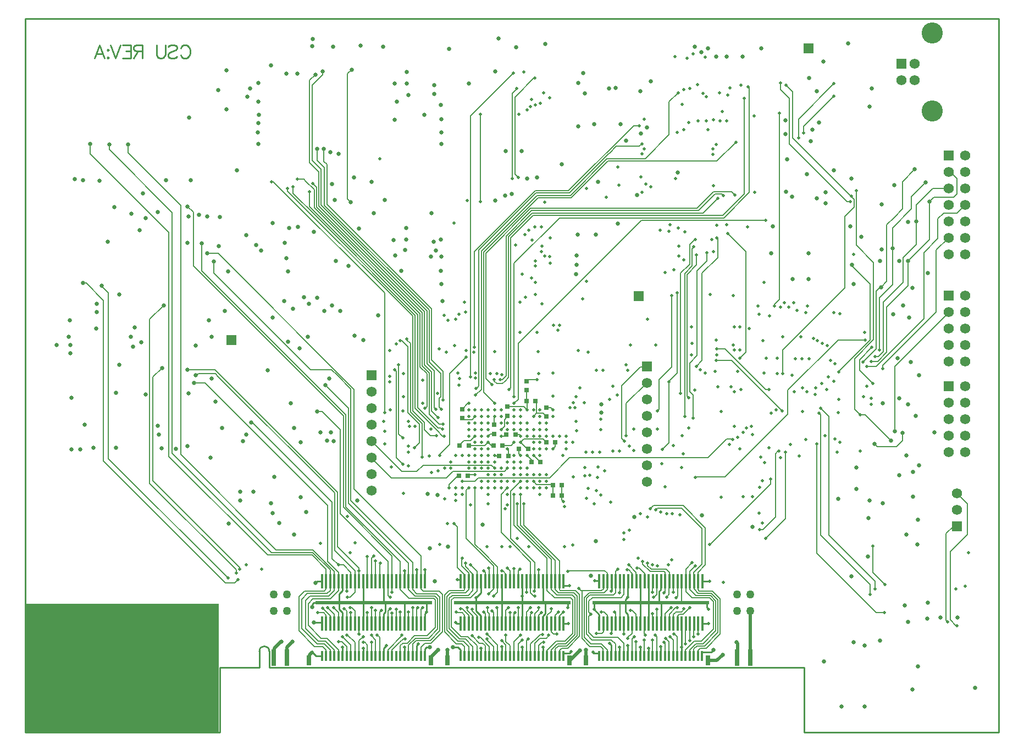
<source format=gbl>
%FSLAX23Y23*%
%MOIN*%
G70*
G01*
G75*
G04 Layer_Physical_Order=8*
G04 Layer_Color=16711680*
%ADD10C,0.040*%
%ADD11R,0.037X0.035*%
%ADD12R,0.037X0.035*%
%ADD13R,0.075X0.020*%
%ADD14R,0.020X0.075*%
%ADD15R,0.330X0.370*%
%ADD16R,0.040X0.160*%
%ADD17R,0.090X0.012*%
%ADD18R,0.012X0.090*%
%ADD19R,0.031X0.060*%
%ADD20R,0.014X0.060*%
%ADD21R,0.030X0.100*%
%ADD22O,0.080X0.024*%
%ADD23O,0.024X0.080*%
%ADD24R,0.070X0.078*%
%ADD25R,0.063X0.063*%
%ADD26R,0.035X0.037*%
%ADD27R,0.035X0.037*%
%ADD28R,0.015X0.100*%
%ADD29O,0.015X0.100*%
%ADD30R,0.098X0.051*%
%ADD31R,0.100X0.052*%
%ADD32R,0.128X0.128*%
%ADD33R,0.020X0.012*%
%ADD34R,0.012X0.020*%
%ADD35R,0.030X0.030*%
%ADD36R,0.085X0.071*%
%ADD37R,0.071X0.085*%
%ADD38R,0.030X0.030*%
%ADD39R,0.125X0.060*%
%ADD40R,0.030X0.037*%
%ADD41R,0.060X0.050*%
%ADD42R,0.037X0.030*%
%ADD43R,0.050X0.060*%
%ADD44R,0.100X0.095*%
%ADD45R,0.060X0.060*%
%ADD46R,0.060X0.125*%
%ADD47R,0.028X0.017*%
%ADD48R,0.095X0.100*%
%ADD49R,0.063X0.063*%
%ADD50R,0.060X0.060*%
%ADD51O,0.071X0.012*%
%ADD52O,0.012X0.071*%
%ADD53R,0.100X0.280*%
%ADD54R,0.045X0.014*%
%ADD55R,0.057X0.022*%
%ADD56R,0.057X0.022*%
%ADD57R,0.022X0.057*%
%ADD58R,0.022X0.057*%
%ADD59C,0.019*%
%ADD60R,1.170X0.780*%
%ADD61C,0.020*%
%ADD62C,0.008*%
%ADD63C,0.006*%
%ADD64C,0.010*%
%ADD65C,0.015*%
%ADD66C,0.010*%
%ADD67C,0.050*%
%ADD68C,0.062*%
%ADD69R,0.062X0.062*%
%ADD70C,0.128*%
%ADD71C,0.236*%
%ADD72C,0.020*%
%ADD73C,0.025*%
%ADD74C,0.040*%
G04:AMPARAMS|DCode=75|XSize=85mil|YSize=85mil|CornerRadius=0mil|HoleSize=0mil|Usage=FLASHONLY|Rotation=0.000|XOffset=0mil|YOffset=0mil|HoleType=Round|Shape=Relief|Width=10mil|Gap=10mil|Entries=4|*
%AMTHD75*
7,0,0,0.085,0.065,0.010,45*
%
%ADD75THD75*%
%ADD76C,0.082*%
%ADD77C,0.132*%
G04:AMPARAMS|DCode=78|XSize=102mil|YSize=102mil|CornerRadius=0mil|HoleSize=0mil|Usage=FLASHONLY|Rotation=0.000|XOffset=0mil|YOffset=0mil|HoleType=Round|Shape=Relief|Width=10mil|Gap=10mil|Entries=4|*
%AMTHD78*
7,0,0,0.102,0.082,0.010,45*
%
%ADD78THD78*%
%ADD79C,0.065*%
G04:AMPARAMS|DCode=80|XSize=178mil|YSize=178mil|CornerRadius=0mil|HoleSize=0mil|Usage=FLASHONLY|Rotation=0.000|XOffset=0mil|YOffset=0mil|HoleType=Round|Shape=Relief|Width=10mil|Gap=10mil|Entries=4|*
%AMTHD80*
7,0,0,0.178,0.158,0.010,45*
%
%ADD80THD80*%
G04:AMPARAMS|DCode=81|XSize=96mil|YSize=96mil|CornerRadius=0mil|HoleSize=0mil|Usage=FLASHONLY|Rotation=0.000|XOffset=0mil|YOffset=0mil|HoleType=Round|Shape=Relief|Width=10mil|Gap=10mil|Entries=4|*
%AMTHD81*
7,0,0,0.096,0.076,0.010,45*
%
%ADD81THD81*%
%ADD82C,0.030*%
%ADD83C,0.035*%
%ADD84C,0.158*%
%ADD85C,0.076*%
%ADD86R,0.016X0.085*%
%ADD87R,0.707X0.020*%
%ADD88C,0.009*%
D19*
X3402Y435D02*
D03*
X4142D02*
D03*
X3302D02*
D03*
X2562D02*
D03*
X2462D02*
D03*
X1722D02*
D03*
D20*
X1825Y462D02*
D03*
X1850D02*
D03*
X1875D02*
D03*
X1900D02*
D03*
X1925D02*
D03*
X1950D02*
D03*
X1975D02*
D03*
X2000D02*
D03*
X2025D02*
D03*
X2050D02*
D03*
X2075D02*
D03*
X2100D02*
D03*
X2125D02*
D03*
X2150D02*
D03*
X2175D02*
D03*
X2200D02*
D03*
X2225D02*
D03*
X2250D02*
D03*
X2275D02*
D03*
X2300D02*
D03*
X2325D02*
D03*
X2350D02*
D03*
X2375D02*
D03*
X2400D02*
D03*
X2640D02*
D03*
X2665D02*
D03*
X2690D02*
D03*
X2715D02*
D03*
X2740D02*
D03*
X2765D02*
D03*
X2790D02*
D03*
X2815D02*
D03*
X2840D02*
D03*
X2865D02*
D03*
X2890D02*
D03*
X2915D02*
D03*
X2940D02*
D03*
X2965D02*
D03*
X2990D02*
D03*
X3015D02*
D03*
X3040D02*
D03*
X3065D02*
D03*
X3090D02*
D03*
X3115D02*
D03*
X3140D02*
D03*
X3165D02*
D03*
X3190D02*
D03*
X3215D02*
D03*
X3240D02*
D03*
X3265D02*
D03*
X3480Y463D02*
D03*
X3505D02*
D03*
X3530D02*
D03*
X3555D02*
D03*
X3580D02*
D03*
X3605D02*
D03*
X3630D02*
D03*
X3655D02*
D03*
X3680D02*
D03*
X3705D02*
D03*
X3730D02*
D03*
X3755D02*
D03*
X3780D02*
D03*
X3805D02*
D03*
X3830D02*
D03*
X3855D02*
D03*
X3880D02*
D03*
X3905D02*
D03*
X3930D02*
D03*
X3955D02*
D03*
X3980D02*
D03*
X4005D02*
D03*
X4030D02*
D03*
X4055D02*
D03*
X4080D02*
D03*
X4105D02*
D03*
X1800Y462D02*
D03*
X2425D02*
D03*
D21*
X1508Y453D02*
D03*
X1587D02*
D03*
X4318Y453D02*
D03*
X4397D02*
D03*
D35*
X2875Y1675D02*
D03*
X2930D02*
D03*
X3050Y1720D02*
D03*
X2995D02*
D03*
X2918Y1805D02*
D03*
X2973D02*
D03*
X2840Y1740D02*
D03*
X2895D02*
D03*
X2685Y1555D02*
D03*
X2630D02*
D03*
X3200Y1500D02*
D03*
X3255D02*
D03*
X3070Y1640D02*
D03*
X3125D02*
D03*
X2690Y1740D02*
D03*
X2635D02*
D03*
X3160Y1759D02*
D03*
X3215D02*
D03*
X3095Y2010D02*
D03*
X3040D02*
D03*
X3200Y1435D02*
D03*
X3255D02*
D03*
D38*
X2845Y1810D02*
D03*
Y1865D02*
D03*
X3160Y1915D02*
D03*
Y1970D02*
D03*
X2650Y1905D02*
D03*
Y1960D02*
D03*
X2925Y1920D02*
D03*
Y1975D02*
D03*
X3040Y2130D02*
D03*
Y2075D02*
D03*
D45*
X4750Y4150D02*
D03*
X1250Y2380D02*
D03*
X3720Y2645D02*
D03*
D60*
X590Y390D02*
D03*
D61*
X4320Y455D02*
Y540D01*
X4315Y545D02*
X4320Y540D01*
X4142Y435D02*
X4195D01*
X4230Y470D01*
X4318Y453D02*
X4320Y455D01*
X4397Y453D02*
Y737D01*
X4398Y737D01*
X3302Y435D02*
X3305D01*
X3365Y495D01*
X3402Y435D02*
Y498D01*
X3400Y500D02*
X3402Y498D01*
X2560Y437D02*
Y500D01*
Y437D02*
X2562Y435D01*
X2462D02*
Y457D01*
X2505Y500D01*
X1725Y435D02*
Y470D01*
X1740Y485D01*
X1587Y453D02*
Y517D01*
X1620Y550D01*
X1550D02*
X1555D01*
X1510Y510D02*
X1550Y550D01*
X1510Y455D02*
Y510D01*
X1508Y453D02*
X1510Y455D01*
D62*
X4545Y2595D02*
X4575Y2625D01*
Y3755D01*
X4545Y2585D02*
Y2595D01*
X4580Y3900D02*
Y3940D01*
Y3900D02*
X4635Y3845D01*
Y3570D02*
Y3845D01*
Y3570D02*
X4985Y3220D01*
X5005D01*
X5026Y3185D02*
Y3234D01*
X5007Y3253D02*
X5026Y3234D01*
X4615Y3925D02*
X4654Y3886D01*
Y3606D02*
Y3886D01*
Y3606D02*
X5007Y3253D01*
X5007D01*
X4690Y3605D02*
Y3720D01*
X4905Y3935D01*
X4720Y3635D02*
Y3675D01*
X4905Y3860D01*
X4155Y1140D02*
X4520Y1505D01*
Y1535D01*
X4150Y1140D02*
X4155D01*
X4550Y1305D02*
Y1690D01*
X4455Y1230D02*
X4475D01*
X4550Y1305D01*
Y1690D02*
X4565Y1705D01*
X4570D01*
X4610Y1295D02*
Y1700D01*
X4490Y1175D02*
X4610Y1295D01*
X4800Y1085D02*
X5160Y725D01*
X4800Y1085D02*
Y1750D01*
X5160Y725D02*
X5210D01*
X5125Y835D02*
Y895D01*
X4825Y1195D02*
X5125Y895D01*
X4825Y1195D02*
Y1925D01*
X4815Y1935D02*
X4825Y1925D01*
Y1965D02*
X4875Y1915D01*
Y1195D02*
Y1915D01*
Y1195D02*
X5155Y915D01*
Y870D02*
Y915D01*
X5140Y970D02*
X5215Y895D01*
X5140Y970D02*
Y1130D01*
X4625Y1930D02*
Y2075D01*
X4067Y1550D02*
X4245D01*
X4065Y1548D02*
X4067Y1550D01*
X4245D02*
X4625Y1930D01*
Y2075D02*
X4930Y2380D01*
X5095D01*
X4335Y2270D02*
X4370Y2305D01*
Y2915D01*
X4260Y3025D02*
X4370Y2915D01*
X4195Y2325D02*
X4245D01*
X4490Y2080D02*
X4510D01*
X4245Y2325D02*
X4490Y2080D01*
X4285Y2255D02*
X4590Y1950D01*
X4190Y2255D02*
X4285D01*
X4595Y2175D02*
Y2320D01*
X4970Y2695D02*
Y3129D01*
X5026Y3185D01*
X4595Y2320D02*
X4970Y2695D01*
X5145Y2382D02*
Y2850D01*
X5040Y2955D02*
Y3285D01*
Y2955D02*
X5145Y2850D01*
X5030Y2267D02*
X5145Y2382D01*
X5030Y1960D02*
Y2267D01*
Y1960D02*
X5065Y1925D01*
X5095D01*
X5225Y2735D02*
Y3080D01*
X5160Y2675D02*
X5185Y2700D01*
X5080Y2245D02*
X5160Y2325D01*
Y2675D01*
X5185Y2700D02*
X5190D01*
X5225Y2735D01*
X5260Y2715D02*
Y3060D01*
X5180Y2635D02*
X5260Y2715D01*
X5180Y2320D02*
Y2635D01*
X5225Y2305D02*
Y2580D01*
X5170Y2250D02*
X5225Y2305D01*
Y2580D02*
X5355Y2710D01*
Y2860D01*
X5130Y2250D02*
X5170D01*
X5405Y2960D02*
Y3200D01*
X5325Y2730D02*
Y2880D01*
X5405Y2960D01*
X5205Y2310D02*
Y2610D01*
X5155Y2280D02*
X5175D01*
X5205Y2310D01*
Y2610D02*
X5325Y2730D01*
X5510Y3245D02*
X5630D01*
X5355Y2860D02*
X5485Y2990D01*
Y3220D01*
X5510Y3245D01*
X5535Y2995D02*
Y3115D01*
X5105Y2220D02*
X5160D01*
X5650Y3150D02*
X5700Y3200D01*
X5570Y3150D02*
X5650D01*
X5535Y3115D02*
X5570Y3150D01*
X5450Y2910D02*
X5535Y2995D01*
X5450Y2510D02*
Y2910D01*
X5160Y2220D02*
X5450Y2510D01*
X5200Y2225D02*
X5525Y2550D01*
Y2925D01*
X5600Y3000D01*
X5200Y2205D02*
Y2225D01*
X5595Y3395D02*
X5615D01*
X5650Y3265D02*
Y3360D01*
X5630Y3245D02*
X5650Y3265D01*
X5615Y3395D02*
X5650Y3360D01*
X5650Y1450D02*
X5715Y1385D01*
X5645Y645D02*
X5650D01*
X5715Y1200D02*
Y1385D01*
X5610Y1095D02*
X5715Y1200D01*
X5630Y1250D02*
X5650D01*
X5585Y1205D02*
X5630Y1250D01*
X5585Y680D02*
Y1205D01*
Y680D02*
X5595Y670D01*
X5610Y683D02*
X5645Y648D01*
Y645D02*
Y648D01*
X5610Y683D02*
Y1095D01*
X5505Y3300D02*
X5600D01*
X5405Y3200D02*
X5505Y3300D01*
X5320Y3340D02*
X5395Y3415D01*
X5320Y3175D02*
Y3340D01*
X5260Y3060D02*
X5375Y3175D01*
Y3250D01*
X5460Y3335D01*
X5225Y3080D02*
X5269Y3124D01*
X5269D02*
X5320Y3175D01*
X5150Y1750D02*
X5167Y1733D01*
X5283D02*
X5320Y1770D01*
Y1815D01*
X5167Y1733D02*
X5283D01*
X5095Y1925D02*
X5250Y1770D01*
X5275Y1825D02*
Y2220D01*
X5595Y2540D01*
Y2545D01*
X5600Y2550D01*
D63*
X2025Y595D02*
Y670D01*
X2000Y850D02*
Y980D01*
X2350Y865D02*
Y1030D01*
X3805Y650D02*
Y720D01*
X3905Y1755D02*
Y2130D01*
Y3625D02*
Y3825D01*
X3528Y3479D02*
X3759D01*
X3905Y3625D01*
Y3825D02*
X3960Y3880D01*
X1725Y3189D02*
X1746Y3168D01*
X1725Y3189D02*
Y3280D01*
X1701Y3344D02*
X1753Y3292D01*
X1690Y3355D02*
X1701Y3344D01*
X1650Y3355D02*
X1690D01*
X1753Y3182D02*
Y3292D01*
X2325Y865D02*
Y1025D01*
X1960Y1390D02*
Y1965D01*
X1820Y2105D02*
X1960Y1965D01*
X1020Y2830D02*
Y3155D01*
X985Y3190D02*
X1020Y3155D01*
X475Y1645D02*
Y2620D01*
X370Y2725D02*
X475Y2620D01*
X350Y2725D02*
X370D01*
X2765Y900D02*
Y915D01*
X3015Y785D02*
X3015Y785D01*
X2425Y660D02*
Y670D01*
X3885Y570D02*
X3905Y550D01*
X4045Y815D02*
X4151D01*
X4006Y854D02*
X4045Y815D01*
X4006Y854D02*
Y991D01*
X4045Y1030D01*
X4030Y975D02*
X4065Y1010D01*
X4030Y865D02*
Y975D01*
X3980Y1360D02*
X4105Y1235D01*
X4055Y970D02*
X4105Y1020D01*
X4055Y901D02*
Y970D01*
X4105Y1020D02*
Y1235D01*
X4080Y970D02*
X4125Y1015D01*
X3810Y1375D02*
X3990D01*
X4080Y865D02*
Y970D01*
X4125Y1015D02*
Y1240D01*
X3990Y1375D02*
X4125Y1240D01*
X3906Y880D02*
Y969D01*
X2025Y915D02*
Y980D01*
X3040Y850D02*
Y915D01*
X2860Y2115D02*
X2894D01*
X2909Y2130D02*
X2931Y2152D01*
X2894Y2115D02*
X2909Y2130D01*
X2845Y2130D02*
X2860Y2115D01*
X2845Y2130D02*
Y2140D01*
X1900Y860D02*
Y970D01*
X1835Y1035D02*
Y1375D01*
X1120Y2090D02*
X1835Y1375D01*
X2969Y3386D02*
Y3854D01*
Y3386D02*
X2990Y3365D01*
X3065Y3179D02*
X4074D01*
X4175Y3280D02*
X4285D01*
X4305Y3260D01*
X4074Y3179D02*
X4175Y3280D01*
X3071Y3165D02*
X4085D01*
X4185Y3265D02*
X4225D01*
X4235Y3255D01*
X4085Y3165D02*
X4185Y3265D01*
X3075Y3149D02*
X4109D01*
X4200Y3240D01*
X3865Y1715D02*
X3905Y1755D01*
X3302Y1665D02*
X4140D01*
X4255Y1780D01*
X4285D02*
X4290Y1775D01*
X4255Y1780D02*
X4285D01*
X5059Y2259D02*
X5135Y2335D01*
X5059Y2196D02*
Y2259D01*
Y2196D02*
X5140Y2115D01*
X3835Y1360D02*
X3980D01*
X3825Y1350D02*
X3835Y1360D01*
X4080Y914D02*
X4081Y915D01*
X3775Y1010D02*
X3796Y989D01*
X3775Y1010D02*
Y1025D01*
X3725Y995D02*
X3756Y964D01*
Y915D02*
Y964D01*
X3710Y995D02*
X3725D01*
X2810D02*
X2815Y990D01*
Y915D02*
Y990D01*
X2790Y915D02*
Y970D01*
X2780Y980D02*
X2790Y970D01*
X1861Y1054D02*
Y1395D01*
Y1054D02*
X1900Y1015D01*
X1695Y858D02*
X1813D01*
X1825Y870D02*
Y905D01*
X1813Y858D02*
X1825Y870D01*
Y905D02*
X1825Y905D01*
X1745Y810D02*
X1850D01*
X1900Y860D01*
X1726Y826D02*
X1841D01*
X1875Y860D02*
Y915D01*
X1841Y826D02*
X1875Y860D01*
X2650Y725D02*
X2665Y710D01*
Y660D02*
Y710D01*
X2620Y725D02*
X2650D01*
X2615Y730D02*
X2620Y725D01*
X2000Y660D02*
Y735D01*
X1970Y755D02*
X1980D01*
X2000Y735D01*
X1900Y462D02*
Y500D01*
X1795Y570D02*
X1830D01*
X1900Y500D01*
X1875Y462D02*
Y500D01*
X1778Y552D02*
X1822D01*
X1875Y500D01*
X1850Y860D02*
Y985D01*
X1769Y536D02*
X1813D01*
X1850Y462D02*
Y500D01*
X1813Y536D02*
X1850Y500D01*
X1825Y462D02*
Y500D01*
X1755Y520D02*
X1804D01*
X1825Y500D01*
X1975Y462D02*
Y529D01*
X1924Y579D02*
X1975Y529D01*
X2100Y462D02*
Y545D01*
X2635Y566D02*
X2669D01*
X2715Y520D01*
Y462D02*
Y520D01*
X2965Y462D02*
Y550D01*
X3005Y590D01*
X3124Y594D02*
X3136D01*
X3065Y535D02*
X3108Y578D01*
Y578D02*
X3124Y594D01*
X3190Y610D02*
X3205Y595D01*
X3225D01*
X3190Y610D02*
Y660D01*
X3966Y716D02*
X3991D01*
X4030Y755D01*
X3906Y716D02*
X3945Y755D01*
X3906Y660D02*
Y716D01*
X3945Y755D02*
X3955D01*
X3103Y733D02*
X3115Y744D01*
X3090Y720D02*
X3103Y733D01*
X3115Y744D02*
Y755D01*
X2990Y660D02*
Y755D01*
X2865Y660D02*
Y750D01*
X2860Y755D02*
X2865Y750D01*
X2740Y660D02*
Y705D01*
X2710Y735D02*
Y745D01*
Y735D02*
X2740Y705D01*
X2715Y660D02*
Y705D01*
X2680Y740D02*
Y755D01*
Y740D02*
X2715Y705D01*
X2765Y510D02*
X2765Y510D01*
X3890Y820D02*
X3905Y835D01*
Y880D01*
X3372Y860D02*
X3495D01*
X3358Y873D02*
X3372Y860D01*
X3376Y569D02*
Y860D01*
X505Y1660D02*
Y2665D01*
X465Y2705D02*
X505Y2665D01*
X465Y2705D02*
Y2710D01*
X985Y2200D02*
X1150D01*
X1174Y2176D02*
X1893Y1457D01*
X1150Y2200D02*
X1174Y2176D01*
X1172Y2158D02*
X1877Y1453D01*
X1155Y2175D02*
X1172Y2158D01*
X1050Y2175D02*
X1155D01*
X1040Y2165D02*
X1050Y2175D01*
X1035Y2165D02*
X1040D01*
X755Y1510D02*
Y2505D01*
X840Y2590D01*
X775Y1525D02*
Y2155D01*
X830Y2210D01*
X1090Y2120D02*
X1120Y2090D01*
X1025Y2120D02*
X1090D01*
X1889Y2169D02*
X1975Y2083D01*
X1730Y2200D02*
X1858D01*
X1858D02*
X1889Y2169D01*
X1145Y2785D02*
X1730Y2200D01*
X1145Y2785D02*
Y2855D01*
X2400Y870D02*
Y1070D01*
X1105Y2905D02*
X1170D01*
X1995Y2080D01*
X2275Y865D02*
Y1037D01*
X1070Y2800D02*
X1945Y1925D01*
X1070Y2800D02*
Y2965D01*
X1020Y2830D02*
X1930Y1920D01*
X945Y1685D02*
Y3195D01*
X1875Y915D02*
Y978D01*
X625Y3515D02*
X945Y3195D01*
X625Y3515D02*
Y3565D01*
X510Y3535D02*
X892Y3153D01*
X510Y3535D02*
Y3565D01*
X435Y3470D02*
X872Y3033D01*
X395Y3510D02*
X447Y3458D01*
X395Y3510D02*
Y3570D01*
X4935Y2190D02*
X5125Y2380D01*
X4935Y2185D02*
Y2190D01*
X5125Y2380D02*
Y2720D01*
X5015Y2830D02*
X5125Y2720D01*
X5015Y2830D02*
Y2835D01*
X4013Y2040D02*
Y2778D01*
Y2040D02*
X4023Y2030D01*
X4025D01*
X4075Y2285D02*
Y2800D01*
X3975Y2785D02*
X4027Y2837D01*
X4027D02*
X4030Y2840D01*
X3645Y1995D02*
X3770Y2120D01*
X3645Y1800D02*
Y1995D01*
X3765Y2215D02*
X3770Y2220D01*
X4135Y2860D02*
Y2910D01*
X4075Y2800D02*
X4135Y2860D01*
X4105Y2785D02*
X4200Y2880D01*
X4195Y3000D02*
X4200Y2995D01*
Y2880D02*
Y2995D01*
X2100Y1765D02*
X2283Y1582D01*
X2374D01*
X2620Y1000D02*
Y1245D01*
X2600Y1265D02*
X2620Y1245D01*
X2600Y1265D02*
Y1270D01*
X2620Y1000D02*
X2665Y955D01*
Y865D02*
Y915D01*
Y920D02*
Y955D01*
X1995Y1475D02*
X2400Y1070D01*
X1975Y1405D02*
X2350Y1030D01*
X1960Y1390D02*
X2325Y1025D01*
X1945Y1367D02*
X2275Y1037D01*
X2225Y920D02*
Y1070D01*
X1930Y1365D02*
X2225Y1070D01*
X2200Y915D02*
Y1035D01*
X1910Y1325D02*
X2200Y1035D01*
X2125Y915D02*
Y1040D01*
X775Y1525D02*
X1300Y1000D01*
Y990D02*
Y1000D01*
X755Y1510D02*
X1280Y985D01*
Y965D02*
Y985D01*
X1740Y1075D02*
X1825Y990D01*
Y915D02*
Y990D01*
X1745Y1090D02*
X1850Y985D01*
X1745Y1108D02*
X1875Y978D01*
X1270Y905D02*
X1290Y925D01*
X1700Y643D02*
Y800D01*
X1726Y826D01*
X1712Y842D02*
X1832D01*
X1676Y806D02*
X1712Y842D01*
X1676Y629D02*
Y806D01*
X1505Y3340D02*
X2180Y2665D01*
Y1940D02*
Y2665D01*
X1495Y3340D02*
X1505D01*
X1592Y3283D02*
X2350Y2525D01*
X1592Y3283D02*
Y3298D01*
X1625Y3270D02*
Y3310D01*
X1759Y3136D02*
X2365Y2530D01*
X1625Y3270D02*
X1759Y3136D01*
X1590Y3300D02*
X1592Y3298D01*
X1767Y3187D02*
Y3308D01*
X1745Y3330D02*
X1767Y3308D01*
X1780Y3194D02*
Y3400D01*
X1725Y3455D02*
X1780Y3400D01*
X1740Y3470D02*
Y3925D01*
X1795Y3199D02*
Y3415D01*
X1740Y3470D02*
X1795Y3415D01*
X1815Y3410D02*
X1815Y3410D01*
X1815Y3198D02*
Y3410D01*
X4390Y3275D02*
Y3910D01*
X3241Y3121D02*
X4236D01*
X4390Y3275D01*
X4359Y3265D02*
Y3830D01*
X3081Y3135D02*
X4229D01*
X4359Y3265D01*
X3534Y3465D02*
X4195D01*
X4310Y3580D01*
X1950Y670D02*
Y735D01*
X1935Y750D02*
X1950Y735D01*
X4056Y869D02*
Y901D01*
X4055D02*
X4056Y900D01*
X4066Y829D02*
X4157D01*
X4030Y865D02*
X4066Y829D01*
X2740Y915D02*
Y975D01*
X2700Y1015D02*
X2740Y975D01*
X2715Y915D02*
Y960D01*
X2670Y1005D02*
X2715Y960D01*
X2670Y1005D02*
Y1025D01*
X2690Y915D02*
Y965D01*
X2646Y1009D02*
X2690Y965D01*
X2646Y1051D02*
X2650Y1055D01*
X2646Y1009D02*
Y1051D01*
X3980Y730D02*
X3995Y745D01*
X3945Y730D02*
X3980D01*
X3931Y716D02*
X3939Y724D01*
X3939D02*
X3945Y730D01*
X3995Y745D02*
Y750D01*
X3931Y660D02*
Y716D01*
X4030Y755D02*
X4030Y755D01*
X3956Y706D02*
X3966Y716D01*
X3956Y660D02*
Y706D01*
X2700Y1770D02*
X2728Y1798D01*
X2660Y1770D02*
X2700D01*
X2635Y1744D02*
X2660Y1770D01*
X2635Y1740D02*
Y1744D01*
X2715Y1135D02*
X2840Y1009D01*
X2675Y1470D02*
X2689Y1484D01*
X2689D01*
X2515Y1685D02*
X2575Y1745D01*
Y2175D02*
X2675Y2275D01*
X2575Y1745D02*
Y2175D01*
X3630Y835D02*
Y915D01*
X2425Y1965D02*
X2436Y1976D01*
X2394Y2217D02*
Y2540D01*
X1753Y3182D02*
X2394Y2540D01*
Y2217D02*
X2436Y2175D01*
Y1976D02*
Y2175D01*
X1893Y1127D02*
X2025Y995D01*
Y980D02*
Y995D01*
X1877Y1103D02*
X2000Y980D01*
X1832Y842D02*
X1850Y860D01*
X1676Y629D02*
X1769Y536D01*
X1660Y615D02*
X1755Y520D01*
X1701Y629D02*
Y643D01*
Y629D02*
X1778Y552D01*
X1716Y649D02*
Y781D01*
Y649D02*
X1795Y570D01*
X1716Y781D02*
X1745Y810D01*
X3585Y3555D02*
X3725D01*
X3543Y3513D02*
X3585Y3555D01*
X3725D02*
X3740Y3570D01*
X3301Y3272D02*
X3542Y3513D01*
X3543D01*
X3295Y3286D02*
X3689Y3680D01*
X3725D01*
X3110Y3244D02*
X3312D01*
X3534Y3465D01*
X3104Y3258D02*
X3307D01*
X3528Y3479D01*
X3098Y3272D02*
X3301D01*
X3093Y3286D02*
X3295D01*
X2955Y3875D02*
X2985Y3905D01*
X2955Y3360D02*
Y3875D01*
X2980Y3905D02*
X2985D01*
X4385Y3915D02*
X4390Y3910D01*
X4359Y3830D02*
X4360Y3831D01*
Y3845D01*
X2969Y3854D02*
X3090Y3975D01*
X2760Y3220D02*
Y3750D01*
X4488Y3107D02*
X4490Y3105D01*
X4013Y2778D02*
X4070Y2835D01*
Y2895D01*
X4044Y2934D02*
X4055Y2945D01*
X4044Y2829D02*
Y2934D01*
X4030Y2840D02*
Y2960D01*
X4060Y2990D01*
X4065D01*
X3999Y2784D02*
X4044Y2829D01*
X2965Y2036D02*
Y2846D01*
X3241Y3121D01*
X2945Y2090D02*
Y2999D01*
X3081Y3135D01*
X2931Y2152D02*
Y3005D01*
X3075Y3149D01*
X2917Y2162D02*
Y3011D01*
X3071Y3165D01*
X2794Y2146D02*
Y2908D01*
X3065Y3179D01*
X2265Y1810D02*
Y2230D01*
X2464Y2261D02*
Y2569D01*
X1829Y3204D02*
X2464Y2569D01*
X2535Y2015D02*
Y2190D01*
X2464Y2261D02*
X2535Y2190D01*
X2521Y2036D02*
Y2175D01*
X1815Y3198D02*
X2450Y2563D01*
Y2246D02*
X2521Y2175D01*
X2450Y2246D02*
Y2563D01*
X1795Y3199D02*
X2436Y2558D01*
X1780Y3194D02*
X2422Y2552D01*
X1767Y3187D02*
X2408Y2546D01*
X2436Y2236D02*
Y2558D01*
X2479Y1971D02*
Y2193D01*
X2436Y2236D02*
X2479Y2193D01*
X2465Y1950D02*
Y2186D01*
X2422Y2229D02*
Y2552D01*
Y2229D02*
X2465Y2186D01*
X2450Y1930D02*
Y2181D01*
X2408Y2223D02*
Y2546D01*
Y2223D02*
X2450Y2181D01*
X2365Y1965D02*
Y2530D01*
X2350Y1950D02*
Y2525D01*
X2725Y2918D02*
X3093Y3286D01*
X2725Y2335D02*
Y2918D01*
X2752Y2925D02*
X3098Y3272D01*
X2752Y2102D02*
Y2925D01*
X2766Y2920D02*
X3104Y3258D01*
X2766Y2081D02*
Y2920D01*
X2780Y2062D02*
Y2914D01*
X3110Y3244D01*
X3295Y980D02*
X3515D01*
X3290Y975D02*
X3295Y980D01*
X2240Y2200D02*
X2250Y2190D01*
X2494Y1799D02*
X2495Y1800D01*
X2886Y1602D02*
Y1602D01*
X2847Y1602D02*
Y1602D01*
X3004Y1602D02*
Y1602D01*
X2865Y913D02*
Y1004D01*
X2728Y1141D02*
X2773Y1096D01*
X2728Y1141D02*
Y1484D01*
X2965Y1602D02*
Y1602D01*
X3004Y1256D02*
Y1424D01*
X3004Y1424D02*
Y1444D01*
X1950Y855D02*
Y915D01*
X2807Y1602D02*
X2807D01*
X3024Y1256D02*
X3240Y1039D01*
X3024Y1256D02*
Y1385D01*
X3004Y1256D02*
X3215Y1044D01*
X2984Y1255D02*
X3030Y1210D01*
X3030D02*
X3190Y1049D01*
X2984Y1255D02*
Y1385D01*
X2965Y1255D02*
X3019Y1201D01*
X2965Y1255D02*
Y1444D01*
X2945Y1464D02*
X3004Y1523D01*
X2978Y1142D02*
X3090Y1029D01*
X2945Y1175D02*
X2978Y1142D01*
X2945Y1175D02*
Y1464D01*
X3065Y913D02*
Y1034D01*
X2950Y1150D02*
X3065Y1034D01*
X2886Y1214D02*
X2950Y1150D01*
X2886Y1214D02*
Y1444D01*
X2925Y1484D01*
X2925D01*
X3240Y865D02*
Y915D01*
Y1039D01*
X3215Y865D02*
Y932D01*
Y1044D01*
X3019Y1201D02*
X3165Y1055D01*
X3190Y865D02*
Y915D01*
Y1049D01*
X3090Y860D02*
Y932D01*
Y1029D01*
X3165Y860D02*
Y915D01*
Y915D02*
X3165Y915D01*
X3165Y915D02*
Y1055D01*
X3065Y845D02*
Y913D01*
X2773Y1096D02*
X2865Y1004D01*
X2795Y565D02*
X2840Y520D01*
X2840Y870D02*
Y913D01*
X2865Y850D02*
Y913D01*
X3448Y575D02*
X3595D01*
X3418Y730D02*
Y796D01*
Y730D02*
X3430Y718D01*
X3418Y703D02*
X3430Y715D01*
X3418Y605D02*
Y703D01*
Y605D02*
X3448Y575D01*
X3630Y920D02*
Y955D01*
X3530Y915D02*
Y965D01*
X3515Y980D02*
X3530Y965D01*
X3424Y832D02*
X3567D01*
X3404Y595D02*
Y812D01*
X3424Y832D01*
X3440Y818D02*
X3613D01*
X3418Y796D02*
X3440Y818D01*
X3506Y871D02*
Y915D01*
Y920D02*
Y954D01*
X3790Y1355D02*
X3810Y1375D01*
X3705Y915D02*
Y970D01*
X3660Y1015D02*
X3705Y970D01*
X4150Y915D02*
X4150Y915D01*
X3880Y665D02*
Y720D01*
X3980Y790D02*
X3981Y791D01*
Y915D01*
X3930Y914D02*
X3931Y915D01*
X3930Y850D02*
Y914D01*
X3935Y600D02*
X3955Y580D01*
X3945Y815D02*
X3956Y826D01*
Y915D01*
X3880Y850D02*
Y940D01*
X3870Y840D02*
X3880Y850D01*
X3830Y835D02*
Y914D01*
X3815Y820D02*
X3830Y835D01*
X3810Y820D02*
X3815D01*
X3955Y463D02*
Y580D01*
X3935Y596D02*
Y600D01*
X3930Y463D02*
Y560D01*
X3910Y580D02*
X3930Y560D01*
X3320Y599D02*
Y802D01*
X3273Y552D02*
X3320Y599D01*
X3165Y495D02*
X3222Y552D01*
X3273D01*
X3334Y594D02*
Y816D01*
X3278Y538D02*
X3334Y594D01*
X3228Y538D02*
X3278D01*
X3190Y500D02*
X3228Y538D01*
X3348Y588D02*
Y825D01*
X3284Y524D02*
X3348Y588D01*
X3215Y462D02*
Y505D01*
X3234Y524D01*
X3284D01*
X3290Y510D02*
X3362Y582D01*
X3240Y495D02*
X3255Y510D01*
X3290D01*
X3240Y462D02*
Y495D01*
X3245Y860D02*
X3337D01*
X3362Y582D02*
Y835D01*
X3337Y860D02*
X3362Y835D01*
X3234Y846D02*
X3327D01*
X3348Y825D01*
X3223Y832D02*
X3318D01*
X3334Y816D01*
X3209Y816D02*
X3306D01*
X3320Y802D01*
X3190Y462D02*
Y500D01*
X3165Y860D02*
X3209Y816D01*
X3190Y865D02*
X3223Y832D01*
X3215Y865D02*
X3234Y846D01*
X3240Y865D02*
X3245Y860D01*
X3165Y462D02*
Y495D01*
X2940Y725D02*
X2940Y725D01*
Y660D02*
Y725D01*
X2915Y740D02*
X2930Y755D01*
X2915Y660D02*
Y740D01*
X2840Y665D02*
Y725D01*
X2830Y735D02*
X2840Y725D01*
X2865Y660D02*
Y660D01*
X2805Y730D02*
X2815Y720D01*
X2805Y730D02*
Y755D01*
X2815Y660D02*
Y720D01*
X2790Y660D02*
Y720D01*
Y660D02*
X2790Y660D01*
Y660D01*
X2780Y730D02*
X2790Y720D01*
X2940Y470D02*
Y525D01*
X2915Y550D02*
Y590D01*
Y550D02*
X2940Y525D01*
X2890Y555D02*
X2915Y530D01*
X2890Y785D02*
X2890Y785D01*
X2840Y825D02*
X2865Y850D01*
X2640Y915D02*
Y920D01*
X2690Y915D02*
X2690Y915D01*
Y915D01*
X2810Y840D02*
X2840Y870D01*
X2840Y462D02*
Y520D01*
X2795Y565D02*
X2800D01*
X2865Y462D02*
Y530D01*
X2800Y595D02*
X2865Y530D01*
X2815Y475D02*
Y520D01*
X2760Y575D02*
X2815Y520D01*
X2750Y575D02*
X2760D01*
X2990Y915D02*
Y980D01*
X3000Y990D01*
X2965Y920D02*
Y992D01*
X2940Y915D02*
Y980D01*
X2925Y995D02*
X2940Y980D01*
X2900Y975D02*
X2915Y960D01*
X2890Y980D02*
X2895Y975D01*
X2900D01*
X2915Y915D02*
Y960D01*
X2790Y465D02*
Y525D01*
X2755Y540D02*
X2775D01*
X2710Y585D02*
X2755Y540D01*
X2775D02*
X2790Y525D01*
X2740Y660D02*
Y660D01*
X2650Y750D02*
X2690Y710D01*
X2690Y660D02*
Y670D01*
X2640Y750D02*
X2650D01*
X2690Y670D02*
Y710D01*
X2965Y915D02*
Y920D01*
X2400Y462D02*
Y515D01*
X2425Y540D02*
X2460D01*
X2529Y609D01*
X2400Y515D02*
X2425Y540D01*
X2665Y462D02*
Y520D01*
X2543Y610D02*
Y833D01*
Y610D02*
X2615Y538D01*
X2647D01*
X2665Y520D01*
X2690Y462D02*
Y520D01*
X2557Y620D02*
Y822D01*
Y620D02*
X2625Y552D01*
X2658D01*
X2690Y520D01*
X2571Y630D02*
Y812D01*
Y630D02*
X2635Y566D01*
X2740Y462D02*
Y525D01*
X2585Y640D02*
Y802D01*
Y640D02*
X2645Y580D01*
X2685D01*
X2740Y525D01*
X2529Y609D02*
Y836D01*
X2415Y855D02*
X2510D01*
X2529Y836D01*
X2374Y841D02*
X2494D01*
X2515Y820D01*
Y615D02*
Y820D01*
X2487Y635D02*
Y803D01*
X2477Y813D02*
X2487Y803D01*
X2501Y625D02*
Y810D01*
X2484Y827D02*
X2501Y810D01*
X2363Y827D02*
X2484D01*
X2327Y813D02*
X2477D01*
X2350Y462D02*
Y535D01*
X2457Y557D02*
X2515Y615D01*
X2372Y557D02*
X2457D01*
X2350Y535D02*
X2372Y557D01*
X2325Y462D02*
Y530D01*
X2447Y571D02*
X2501Y625D01*
X2366Y571D02*
X2447D01*
X2325Y530D02*
X2366Y571D01*
X2291Y541D02*
X2316D01*
X2437Y585D02*
X2487Y635D01*
X2316Y541D02*
X2360Y585D01*
X2437D01*
X2570Y860D02*
X2660D01*
X2543Y833D02*
X2570Y860D01*
X2580Y845D02*
X2670D01*
X2557Y822D02*
X2580Y845D01*
X2590Y831D02*
X2686D01*
X2571Y812D02*
X2590Y831D01*
X2600Y817D02*
X2702D01*
X2585Y802D02*
X2600Y817D01*
X2275Y525D02*
X2291Y541D01*
X2275Y525D02*
X2275D01*
X2275Y865D02*
X2327Y813D01*
X2325Y865D02*
X2363Y827D01*
X2350Y865D02*
X2374Y841D01*
X2400Y870D02*
X2415Y855D01*
X2300Y980D02*
X2300Y980D01*
X2425Y985D02*
X2425Y985D01*
X2375Y985D02*
X2375Y985D01*
X2740Y915D02*
X2740Y915D01*
X2740Y855D02*
Y915D01*
X2702Y817D02*
X2740Y855D01*
X2686Y831D02*
X2715Y860D01*
X2670Y845D02*
X2690Y865D01*
X2660Y860D02*
X2665Y865D01*
X2715Y860D02*
Y905D01*
X2690Y865D02*
Y915D01*
X2270Y545D02*
X2293Y568D01*
X2225Y462D02*
Y486D01*
Y485D02*
X2225Y486D01*
X2293Y568D02*
X2303D01*
X2200Y830D02*
Y910D01*
Y830D02*
X2215Y815D01*
X2225Y486D02*
Y500D01*
X2270Y545D01*
X2200Y462D02*
Y500D01*
X2285Y585D01*
Y590D01*
X2425Y790D02*
X2425Y790D01*
X2375Y790D02*
X2375Y790D01*
X2300Y785D02*
X2300Y785D01*
X2050Y790D02*
X2050Y790D01*
Y915D01*
X1875Y915D02*
X1875Y915D01*
X1825Y660D02*
Y675D01*
X1825D02*
Y710D01*
X1775Y725D02*
X1810D01*
X1825Y710D01*
X1900Y665D02*
Y725D01*
X1900Y660D02*
Y665D01*
X1870Y755D02*
X1900Y725D01*
X1875Y660D02*
Y715D01*
X1835Y755D02*
X1875Y715D01*
X1850Y660D02*
Y705D01*
X1803Y752D02*
X1850Y705D01*
X1920Y550D02*
X1950Y520D01*
Y462D02*
Y520D01*
X1900Y550D02*
X1920D01*
X1955Y590D02*
X2000Y545D01*
X1950Y590D02*
X1955D01*
X2000Y462D02*
Y490D01*
Y490D02*
X2000Y490D01*
Y545D01*
X1955Y820D02*
X1970D01*
X2000Y850D01*
X2050Y545D02*
X2060D01*
X2075Y530D01*
X2025Y462D02*
Y555D01*
X2050Y580D01*
X2025Y595D02*
X2030Y590D01*
X1975Y660D02*
X1975Y660D01*
X1975Y660D02*
Y725D01*
X2150Y462D02*
Y575D01*
X2135Y590D02*
X2150Y575D01*
X2125Y462D02*
Y560D01*
X2100Y585D02*
X2125Y560D01*
X2100Y585D02*
Y590D01*
X2190Y525D02*
X2190D01*
X2150Y730D02*
X2160Y740D01*
X2150Y660D02*
Y730D01*
X2075Y725D02*
X2075Y725D01*
Y660D02*
Y725D01*
X2100Y660D02*
X2100Y660D01*
X2100Y660D02*
Y755D01*
X2125Y740D02*
X2125Y740D01*
Y660D02*
Y740D01*
X2050Y790D02*
X2050Y790D01*
X2325Y730D02*
X2325Y730D01*
X2300Y640D02*
Y670D01*
X2350Y660D02*
X2350Y660D01*
X2350Y660D02*
Y755D01*
X2325Y660D02*
Y730D01*
X2375Y750D02*
X2380Y755D01*
X2375Y660D02*
Y750D01*
X2400Y660D02*
X2400Y660D01*
X2400Y660D02*
Y745D01*
X2410Y755D01*
X2150Y915D02*
Y1020D01*
X2155Y1025D01*
X2100Y1055D02*
X2115Y1070D01*
X2100Y915D02*
Y1055D01*
X2075Y915D02*
Y1065D01*
X2990Y535D02*
X3015Y560D01*
X2990Y462D02*
Y535D01*
X3010Y520D02*
X3015Y515D01*
X2915Y462D02*
Y530D01*
X3140Y515D02*
X3140Y515D01*
X2275Y462D02*
Y525D01*
X2300Y515D02*
X2300Y515D01*
X2075Y462D02*
Y530D01*
X2050Y515D02*
X2050Y515D01*
X2275Y660D02*
X2275Y660D01*
X2275Y660D02*
Y730D01*
X2250Y745D02*
X2250Y745D01*
Y660D02*
Y745D01*
X2225Y660D02*
X2225Y660D01*
X2225Y660D02*
Y724D01*
X2200Y735D02*
X2215Y750D01*
X2200Y660D02*
Y735D01*
X1925Y462D02*
X1925Y462D01*
X2815Y475D02*
X2815Y475D01*
X2815Y462D02*
Y475D01*
X2865Y660D02*
X2865Y660D01*
X2815Y660D02*
X2815Y660D01*
X2715Y660D02*
X2715Y660D01*
X2665Y660D02*
X2665Y660D01*
X3115Y659D02*
X3115Y660D01*
X1800Y455D02*
X1800Y455D01*
X3040Y555D02*
X3050Y565D01*
X3040Y462D02*
Y555D01*
X2965Y660D02*
Y720D01*
X2970Y725D01*
X3040Y670D02*
Y730D01*
X3065Y755D01*
X3070Y720D02*
Y725D01*
X3065Y715D02*
X3070Y720D01*
X3065Y660D02*
Y715D01*
Y660D02*
X3065Y660D01*
X3090D02*
Y720D01*
X3115Y710D02*
X3130Y725D01*
X3295Y660D02*
X3295Y660D01*
X3065Y462D02*
Y495D01*
X3065Y495D01*
Y535D01*
X3115Y462D02*
Y525D01*
X3065Y845D02*
X3085Y825D01*
X3090D01*
X3086Y856D02*
X3090Y860D01*
X3115Y915D02*
Y985D01*
X3115Y525D02*
X3135Y545D01*
X3145D01*
X3090Y462D02*
Y540D01*
X3175Y585D02*
Y590D01*
X3160Y570D02*
X3175Y585D01*
X3110Y560D02*
X3120Y570D01*
X3090Y540D02*
X3110Y560D01*
X3120Y570D02*
X3160D01*
X3189Y734D02*
Y751D01*
X3165Y660D02*
Y711D01*
X3189Y734D01*
X3215Y660D02*
Y710D01*
X3235Y730D01*
X3240Y660D02*
Y705D01*
X3265Y730D01*
X3265Y462D02*
Y480D01*
X3265Y480D01*
X3505Y463D02*
X3505Y463D01*
X3490Y520D02*
X3505Y505D01*
Y463D02*
Y505D01*
X3530Y463D02*
Y500D01*
X3495Y535D02*
X3530Y500D01*
X3425Y520D02*
X3490D01*
X3376Y569D02*
X3425Y520D01*
X3390Y575D02*
X3430Y535D01*
X3495D01*
Y860D02*
X3506Y871D01*
X3390Y817D02*
X3419Y846D01*
X3511D01*
X3530Y865D01*
Y914D01*
X3390Y575D02*
Y817D01*
X3613Y818D02*
X3630Y835D01*
X3606Y846D02*
Y915D01*
X3605Y845D02*
X3606Y846D01*
X3567Y832D02*
X3580Y845D01*
X3555Y855D02*
X3556Y856D01*
X3465Y600D02*
X3496D01*
X3506Y610D01*
Y660D01*
X3556Y601D02*
Y660D01*
X3630Y463D02*
X3630Y463D01*
X3530Y660D02*
X3531Y660D01*
Y709D01*
X3495Y730D02*
X3510D01*
X3531Y709D01*
X3580Y845D02*
Y914D01*
X3581Y915D01*
X3530Y914D02*
X3531Y915D01*
X3631D02*
Y915D01*
X3630Y914D02*
X3631Y915D01*
X3575Y735D02*
X3580Y730D01*
Y660D02*
Y730D01*
Y660D02*
X3581Y660D01*
X3630Y463D02*
Y540D01*
X3595Y575D02*
X3611Y559D01*
Y559D02*
X3630Y540D01*
X3554Y561D02*
X3580Y535D01*
X3438Y561D02*
X3554D01*
X3404Y595D02*
X3438Y561D01*
X3580Y463D02*
Y535D01*
X3605Y463D02*
X3605Y463D01*
X3631Y596D02*
Y660D01*
X3630Y595D02*
X3631Y596D01*
X3606Y660D02*
Y784D01*
X3605Y785D02*
X3606Y784D01*
X3655Y525D02*
X3655Y525D01*
X3655Y570D02*
Y575D01*
X3680Y600D01*
Y659D01*
X3681Y660D01*
X3705Y463D02*
Y500D01*
X3670Y740D02*
X3680D01*
X3705Y715D01*
Y660D02*
Y715D01*
Y660D02*
X3706Y660D01*
Y915D02*
Y915D01*
X3680Y565D02*
X3695Y580D01*
X3680Y465D02*
Y565D01*
X3705Y500D02*
Y550D01*
X3730Y515D02*
X3730Y515D01*
X3730Y785D02*
X3731Y786D01*
Y915D01*
X3760Y590D02*
Y595D01*
X3755Y600D02*
X3760Y595D01*
X3755Y600D02*
Y659D01*
X3756Y660D01*
X3780Y463D02*
X3780Y463D01*
X3755Y560D02*
X3755Y560D01*
Y463D02*
Y560D01*
X3781Y660D02*
Y779D01*
X3775Y785D02*
X3781Y779D01*
X3775Y785D02*
X3781Y791D01*
X3805Y560D02*
X3805Y560D01*
X3830Y550D02*
Y580D01*
X3820Y590D02*
X3830Y580D01*
X3830Y463D02*
Y550D01*
X3831Y660D02*
Y744D01*
X3830Y745D02*
X3831Y744D01*
X3805Y463D02*
Y560D01*
X3855Y463D02*
X3855Y463D01*
X3880D02*
Y545D01*
X3880Y545D02*
X3880Y545D01*
X3830Y914D02*
X3831Y915D01*
X3681D02*
Y964D01*
X3650Y985D02*
X3660D01*
X3681Y964D01*
X3745Y1020D02*
Y1035D01*
Y1020D02*
X3790Y975D01*
X3875D02*
X3881Y969D01*
X3790Y975D02*
X3875D01*
X3886Y989D02*
X3906Y969D01*
X3805Y850D02*
Y915D01*
X3796Y989D02*
X3886D01*
X4080Y463D02*
Y495D01*
X4095Y510D01*
X4088Y857D02*
X4168D01*
X4080Y865D02*
X4088Y857D01*
X4168D02*
X4215Y810D01*
X4162Y843D02*
X4201Y804D01*
X4055Y505D02*
X4074Y524D01*
X4055Y463D02*
Y505D01*
Y463D02*
X4055Y463D01*
X4056Y869D02*
X4082Y843D01*
X4162D01*
X4157Y829D02*
X4187Y798D01*
X4030Y500D02*
X4068Y538D01*
X4030Y463D02*
Y500D01*
Y463D02*
X4030Y463D01*
X4151Y815D02*
X4173Y793D01*
X4005Y500D02*
X4057Y552D01*
X4005Y463D02*
Y500D01*
Y463D02*
X4005Y463D01*
X4080Y595D02*
Y659D01*
X4081Y660D01*
X4055Y580D02*
Y640D01*
X4030Y555D02*
Y659D01*
X4031Y660D01*
X4100Y552D02*
X4173Y625D01*
X4057Y552D02*
X4100D01*
X4173Y625D02*
Y793D01*
X4110Y538D02*
X4187Y615D01*
X4068Y538D02*
X4110D01*
X4187Y615D02*
Y798D01*
X4120Y524D02*
X4201Y605D01*
Y804D01*
X4074Y524D02*
X4120D01*
X4130Y510D02*
X4215Y595D01*
X4095Y510D02*
X4130D01*
X4215Y595D02*
Y810D01*
X4005Y659D02*
X4006Y660D01*
X4005Y535D02*
Y659D01*
X4145Y660D02*
X4145Y660D01*
X3881Y940D02*
Y969D01*
X3905Y520D02*
Y550D01*
X3905Y463D02*
Y520D01*
X2819Y1810D02*
X2845D01*
X2807Y1798D02*
X2819Y1810D01*
X2886Y1798D02*
X2923D01*
X2925Y1800D01*
X2700Y2155D02*
Y3740D01*
X2960Y4000D01*
X2735Y2085D02*
X2747Y2097D01*
X2747D02*
X2752Y2102D01*
X2730Y2045D02*
X2766Y2081D01*
X2830Y2110D02*
Y2110D01*
X2794Y2146D02*
X2830Y2110D01*
X2780Y2062D02*
X2847Y1995D01*
X2895Y2140D02*
X2917Y2162D01*
X2880Y2140D02*
X2895D01*
X2935Y2080D02*
X2945Y2090D01*
X2965Y2035D02*
X2965Y2036D01*
X2965Y1995D02*
X2989Y2020D01*
X3004Y1759D02*
X3043Y1720D01*
X2490Y1960D02*
Y1965D01*
X2465Y1950D02*
X2505Y1910D01*
X3083Y1523D02*
Y1523D01*
X2514Y1680D02*
X2515D01*
X2499Y1831D02*
X2532Y1798D01*
X2540D01*
X2365Y1965D02*
X2499Y1831D01*
X2499D01*
X2450Y1930D02*
X2510Y1870D01*
X2535D01*
X2525Y1960D02*
Y1960D01*
X3070Y1640D02*
Y1654D01*
X3043Y1680D02*
X3070Y1654D01*
X2827Y1621D02*
X2847Y1602D01*
X2479Y1971D02*
X2485Y1965D01*
X2511Y2026D02*
X2521Y2036D01*
X2511Y1974D02*
Y2026D01*
Y1974D02*
X2525Y1960D01*
X3083Y1523D02*
X3102Y1503D01*
X3197D01*
X2925Y1602D02*
Y1602D01*
X2906Y1582D02*
X2925Y1602D01*
X2728Y1523D02*
X2748Y1543D01*
X2650Y1523D02*
X2728D01*
X2692Y1562D02*
X2728D01*
X2685Y1555D02*
X2692Y1562D01*
X2623Y1555D02*
X2630D01*
X2571Y1484D02*
Y1503D01*
X2623Y1555D01*
X2406Y1669D02*
Y1874D01*
X2845Y1865D02*
Y1915D01*
X2847Y1917D01*
X2973Y1805D02*
X2997D01*
X3004Y1798D01*
X2995Y1689D02*
Y1720D01*
Y1689D02*
X3004Y1680D01*
X2930Y1675D02*
Y1715D01*
X2925Y1720D02*
X2930Y1715D01*
X2895Y1740D02*
X2946D01*
X2965Y1759D01*
X2826Y1740D02*
X2840D01*
X2807Y1759D02*
X2826Y1740D01*
X2852Y1675D02*
X2875D01*
X2847Y1680D02*
X2852Y1675D01*
X3123Y1640D02*
X3125D01*
X3083Y1680D02*
X3123Y1640D01*
X3083Y1917D02*
X3083D01*
X3160Y1970D02*
X3187D01*
X3201Y1956D01*
X3160Y1915D02*
X3160D01*
X3083Y1917D02*
X3102Y1936D01*
X3142D02*
X3161Y1917D01*
X3102Y1936D02*
X3142D01*
X2709Y1897D02*
X2728Y1917D01*
X2658Y1897D02*
X2709D01*
X2650Y1905D02*
X2658Y1897D01*
X2685Y1995D02*
X2689D01*
X2650Y1960D02*
X2685Y1995D01*
X2925Y1916D02*
Y1920D01*
X2906Y1897D02*
X2925Y1916D01*
X2906Y1858D02*
Y1897D01*
X2886Y1838D02*
X2906Y1858D01*
X2925Y1975D02*
X3024D01*
X3043Y1956D01*
X2787Y1739D02*
X2807Y1759D01*
X2374Y1582D02*
X2413Y1621D01*
X2827D01*
X2690Y1740D02*
X2691Y1739D01*
X2787D01*
X2336Y1944D02*
X2406Y1874D01*
X2360Y1725D02*
X2390Y1755D01*
Y1870D01*
X2320Y1940D02*
X2390Y1870D01*
X2265Y1810D02*
X2290Y1785D01*
X3160Y1759D02*
Y1761D01*
X3142Y1779D02*
X3160Y1761D01*
X3024Y1779D02*
X3142D01*
X3004Y1759D02*
X3024Y1779D01*
X3215Y1734D02*
Y1759D01*
X3201Y1720D02*
X3215Y1734D01*
X3043Y1956D02*
Y2007D01*
X3102Y1936D02*
Y2003D01*
X3095Y2010D02*
X3102Y2003D01*
X3083Y1917D02*
Y1917D01*
X3050Y2140D02*
X3105D01*
X3040Y2130D02*
X3050Y2140D01*
X3040Y2010D02*
Y2075D01*
Y2010D02*
X3043Y2007D01*
X3200Y1435D02*
Y1500D01*
X3197Y1503D02*
X3200Y1500D01*
X3255Y1410D02*
X3265Y1400D01*
X3255Y1410D02*
Y1500D01*
X3180Y1543D02*
X3302Y1665D01*
X2748Y1543D02*
X3180D01*
X3581Y976D02*
X3595Y990D01*
X3581Y915D02*
Y976D01*
X2315Y2380D02*
Y2385D01*
X2336Y1944D02*
Y2359D01*
X2315Y2380D02*
X2336Y2359D01*
X4000Y1915D02*
Y1944D01*
X3999Y1945D02*
Y2784D01*
Y1945D02*
X4000Y1944D01*
X4030Y2065D02*
Y2240D01*
X4075Y2285D01*
X4030Y2065D02*
X4050Y2045D01*
Y1905D02*
Y2045D01*
X3905Y2130D02*
X3955Y2180D01*
Y2665D01*
X4070Y2220D02*
X4105Y2255D01*
Y2785D01*
X2275Y2375D02*
X2285D01*
X2320Y1940D02*
Y2340D01*
X2285Y2375D02*
X2320Y2340D01*
X3975Y2055D02*
Y2785D01*
X3618Y1782D02*
X3635Y1765D01*
X3730Y2215D02*
X3765D01*
X3618Y1782D02*
Y2103D01*
X3730Y2215D01*
X2515Y1680D02*
Y1685D01*
X2420Y1835D02*
X2456Y1799D01*
X2420Y1835D02*
Y1880D01*
X2411Y1889D02*
X2420Y1880D01*
X2350Y1950D02*
X2411Y1889D01*
X2456Y1799D02*
X2494D01*
X2250Y1665D02*
X2290Y1625D01*
X2250Y1665D02*
Y2190D01*
X2204Y1561D02*
X2222Y1543D01*
X2105Y1660D02*
X2204Y1561D01*
X2555Y1543D02*
X2594Y1582D01*
X2222Y1543D02*
X2555D01*
X2594Y1582D02*
X2906D01*
X2675Y1175D02*
Y1470D01*
X2840Y913D02*
Y1009D01*
X2675Y1175D02*
X2715Y1135D01*
X1660Y823D02*
X1695Y858D01*
X1660Y615D02*
Y823D01*
X505Y1660D02*
X1230Y935D01*
X475Y1645D02*
X1215Y905D01*
X1270D01*
X892Y1693D02*
X1495Y1090D01*
X892Y1693D02*
Y3153D01*
X1495Y1090D02*
X1745D01*
X872Y1673D02*
X1470Y1075D01*
X872Y1673D02*
Y3033D01*
X1470Y1075D02*
X1740D01*
X1945Y1367D02*
Y1925D01*
X2990Y2360D02*
X3737Y3107D01*
X2989Y2020D02*
Y2115D01*
X2990Y2116D01*
Y2360D01*
X3737Y3107D02*
X4488D01*
X3920Y2215D02*
Y2650D01*
X3845Y2140D02*
X3920Y2215D01*
X3835Y1950D02*
X3845Y1960D01*
Y2140D01*
X2380Y1970D02*
X2505Y1845D01*
X1746Y3168D02*
X2380Y2534D01*
X2505Y1845D02*
X2520D01*
X2380Y1970D02*
Y2534D01*
X3880Y720D02*
X3920Y760D01*
X3115Y659D02*
Y710D01*
X2225Y850D02*
Y920D01*
X5595Y3390D02*
Y3395D01*
X1995Y1475D02*
Y2080D01*
X1787Y3972D02*
X1805Y3990D01*
X1740Y3925D02*
X1787Y3972D01*
X1805Y3990D02*
Y4010D01*
X2485Y1965D02*
X2490D01*
X1725Y3455D02*
Y3955D01*
X1760Y3990D01*
X1815Y3410D02*
Y3425D01*
X1770Y3470D02*
X1815Y3425D01*
X1770Y3470D02*
Y3540D01*
X1810Y3464D02*
X1829Y3445D01*
Y3204D02*
Y3445D01*
X1810Y3464D02*
Y3540D01*
X1955Y3235D02*
X1975Y3215D01*
X1955Y3235D02*
Y3997D01*
X1979Y4021D01*
X1975Y1405D02*
Y2083D01*
X1930Y1365D02*
Y1920D01*
X1800Y1945D02*
X1910Y1835D01*
X1770Y1945D02*
X1800D01*
X1910Y1325D02*
Y1835D01*
X1877Y1103D02*
Y1453D01*
X1893Y1127D02*
Y1457D01*
X1975Y915D02*
Y970D01*
X1900Y1015D02*
X1930D01*
X1975Y970D01*
X945Y1685D02*
X1522Y1108D01*
X1745D01*
X1835Y1035D02*
X1900Y970D01*
X1370Y1880D02*
X1376D01*
X1861Y1395D01*
D64*
X3980Y450D02*
Y685D01*
X3855Y463D02*
Y520D01*
X2050Y462D02*
Y515D01*
X1750Y665D02*
X1800D01*
Y660D02*
X1800D01*
X1925Y860D02*
Y935D01*
X1925Y630D02*
Y725D01*
X1905Y745D02*
Y840D01*
X1750Y785D02*
X1905D01*
X1740Y760D02*
Y775D01*
X1750Y785D01*
X1770Y915D02*
X1800D01*
X1760Y905D02*
X1770Y915D01*
X1800Y915D02*
X1800Y915D01*
X1800Y900D02*
Y915D01*
X1905Y840D02*
X1925Y860D01*
X1925Y935D02*
X1925Y935D01*
X1905Y745D02*
X1925Y725D01*
X2050Y660D02*
Y945D01*
Y660D02*
X2050Y660D01*
X2185Y730D02*
Y790D01*
X2175Y785D02*
Y915D01*
X2175Y720D02*
X2185Y730D01*
X2175Y640D02*
Y720D01*
X2175Y785D02*
X2180Y790D01*
X2185D01*
X2300Y630D02*
Y785D01*
Y885D02*
Y980D01*
X2300Y980D01*
X2375Y885D02*
Y985D01*
X2375Y985D01*
X2425Y890D02*
Y985D01*
X2425Y985D01*
X2635Y925D02*
X2640Y920D01*
X2620Y925D02*
X2635D01*
X4106Y660D02*
X4145D01*
X4105Y659D02*
X4106Y660D01*
X4105Y635D02*
Y659D01*
X4135Y755D02*
X4145Y745D01*
X4135Y755D02*
Y785D01*
X4105D02*
X4135D01*
X4106Y915D02*
X4150D01*
X4105Y914D02*
X4106Y915D01*
X4105Y895D02*
Y914D01*
X3855Y865D02*
Y935D01*
X3856Y660D02*
Y787D01*
X3854Y789D02*
X3856Y787D01*
X3844Y789D02*
X3854D01*
X3844D02*
Y854D01*
X3855Y865D01*
X3780Y640D02*
Y914D01*
X3781Y915D01*
X3730Y660D02*
Y945D01*
Y660D02*
X3731Y660D01*
X3655Y820D02*
Y945D01*
Y630D02*
Y715D01*
X3640Y730D02*
Y805D01*
X3655Y820D01*
X3640Y730D02*
X3655Y715D01*
X3450Y745D02*
Y785D01*
X3465D01*
X3450Y745D02*
X3481Y714D01*
Y660D02*
Y714D01*
X2765Y845D02*
Y900D01*
X2765Y645D02*
Y705D01*
X2735Y735D02*
Y815D01*
X2765Y845D01*
X2735Y735D02*
X2765Y705D01*
X3290Y755D02*
Y785D01*
X3285Y790D02*
X3290Y785D01*
X3280Y790D02*
X3285D01*
X3265Y660D02*
X3295D01*
X3265Y660D02*
X3265Y660D01*
X3265Y660D02*
Y670D01*
X3150Y790D02*
X3155Y785D01*
X3150Y790D02*
X3175D01*
X3140D02*
Y915D01*
X3140Y660D02*
Y705D01*
X3155Y720D01*
Y785D01*
X3015D02*
Y920D01*
X3015Y660D02*
Y785D01*
X2890Y660D02*
Y915D01*
X2435Y730D02*
Y785D01*
X2425Y720D02*
X2435Y730D01*
X2425Y670D02*
Y720D01*
X2175Y510D02*
X2190Y525D01*
X2175Y462D02*
Y510D01*
X2375Y462D02*
Y525D01*
X2385Y535D01*
X3265Y480D02*
X3300D01*
X3310Y490D01*
X3555Y463D02*
Y530D01*
X3545Y540D02*
X3555Y530D01*
X2610Y665D02*
X2615Y660D01*
X2640D01*
X4105Y485D02*
X4160D01*
X4175Y500D01*
X4105Y485D02*
X4105Y485D01*
Y463D02*
Y485D01*
X2765Y462D02*
Y510D01*
X3015Y462D02*
Y515D01*
X3140Y462D02*
Y515D01*
X2300Y462D02*
Y515D01*
X1925Y462D02*
Y515D01*
X2890Y462D02*
Y520D01*
X3455Y920D02*
X3480D01*
X3445Y480D02*
X3480D01*
X3556Y856D02*
Y915D01*
X3265Y890D02*
X3300D01*
X3605Y463D02*
Y515D01*
X3655Y463D02*
Y525D01*
X3730Y463D02*
Y515D01*
X3780Y463D02*
Y505D01*
X2425Y462D02*
Y505D01*
X2435Y515D01*
X2455D01*
X2595D02*
X2625D01*
X2640Y500D01*
Y462D02*
Y500D01*
X2640Y462D02*
X2640Y462D01*
X1763Y462D02*
X1800D01*
X1740Y485D02*
X1763Y462D01*
X1480Y492D02*
G03*
X1420Y492I-30J0D01*
G01*
X5905Y0D02*
Y4330D01*
X0D02*
X5905D01*
X1420Y394D02*
Y492D01*
X1480Y395D02*
Y492D01*
Y394D02*
X4117D01*
X4725D01*
X1180D02*
X1420D01*
X4725Y0D02*
X5905D01*
X4725D02*
Y394D01*
X0Y0D02*
Y4330D01*
Y0D02*
X1180D01*
Y394D01*
D67*
X118Y79D02*
D03*
X276D02*
D03*
X433D02*
D03*
X591D02*
D03*
X748D02*
D03*
X906D02*
D03*
X1063D02*
D03*
Y236D02*
D03*
X906D02*
D03*
X748D02*
D03*
X591D02*
D03*
X433D02*
D03*
X276D02*
D03*
X118D02*
D03*
X748Y394D02*
D03*
X591D02*
D03*
X433D02*
D03*
X1063Y551D02*
D03*
X906D02*
D03*
X748D02*
D03*
X591D02*
D03*
X433D02*
D03*
X276D02*
D03*
X118D02*
D03*
X1063Y709D02*
D03*
X906D02*
D03*
X748D02*
D03*
X591D02*
D03*
X433D02*
D03*
X276D02*
D03*
X118D02*
D03*
X1588Y737D02*
D03*
Y837D02*
D03*
X1508D02*
D03*
Y737D02*
D03*
X4398D02*
D03*
X4318D02*
D03*
X4318Y837D02*
D03*
X4398D02*
D03*
D68*
X5315Y3957D02*
D03*
X5394D02*
D03*
Y4055D02*
D03*
X2100Y2065D02*
D03*
Y1965D02*
D03*
Y1865D02*
D03*
Y1765D02*
D03*
Y1665D02*
D03*
Y1565D02*
D03*
X2100Y1465D02*
D03*
X5700Y2550D02*
D03*
X5600Y2450D02*
D03*
Y2550D02*
D03*
Y2250D02*
D03*
X5700Y2650D02*
D03*
X5600Y2350D02*
D03*
X5700D02*
D03*
Y2450D02*
D03*
Y2000D02*
D03*
X5600Y1900D02*
D03*
Y2000D02*
D03*
Y1700D02*
D03*
X5700Y2100D02*
D03*
Y1700D02*
D03*
X5600Y1800D02*
D03*
X5700D02*
D03*
Y1900D02*
D03*
X5650Y1450D02*
D03*
X5650Y1350D02*
D03*
X5700Y3500D02*
D03*
X5600Y3400D02*
D03*
X5700D02*
D03*
X5600Y3300D02*
D03*
X5700D02*
D03*
X5600Y3200D02*
D03*
X5700D02*
D03*
X5600Y3100D02*
D03*
X5700D02*
D03*
X5600Y3000D02*
D03*
X5700D02*
D03*
X5600Y2900D02*
D03*
X5700D02*
D03*
X3770Y1520D02*
D03*
X3770Y1620D02*
D03*
Y1720D02*
D03*
Y1820D02*
D03*
Y1920D02*
D03*
Y2020D02*
D03*
Y2120D02*
D03*
X5700Y2250D02*
D03*
D69*
X5315Y4055D02*
D03*
X2100Y2165D02*
D03*
X5600Y2650D02*
D03*
Y2100D02*
D03*
X5650Y1250D02*
D03*
X5600Y3500D02*
D03*
X3770Y2220D02*
D03*
D70*
X5500Y4243D02*
D03*
Y3769D02*
D03*
D71*
X197Y394D02*
D03*
X984D02*
D03*
D72*
X3104Y2426D02*
D03*
X2220Y1610D02*
D03*
X3015Y825D02*
D03*
X3885Y570D02*
D03*
X4045Y1030D02*
D03*
X4065Y1010D02*
D03*
X3939Y4100D02*
D03*
X3890Y820D02*
D03*
X4795Y2090D02*
D03*
X4740Y2065D02*
D03*
X4715Y1945D02*
D03*
X2565Y2500D02*
D03*
X2540Y2530D02*
D03*
X4455Y1230D02*
D03*
X4570Y1705D02*
D03*
X4490Y1175D02*
D03*
X4470Y1270D02*
D03*
X4610Y1700D02*
D03*
X3985Y1800D02*
D03*
X3690Y1710D02*
D03*
X4065Y1548D02*
D03*
X3775Y2505D02*
D03*
X4905Y2130D02*
D03*
X4870Y2155D02*
D03*
X5105Y2100D02*
D03*
X5140Y2115D02*
D03*
X5135Y2335D02*
D03*
X5200Y2205D02*
D03*
X5130Y2250D02*
D03*
X5155Y2280D02*
D03*
X5180Y2320D02*
D03*
X5080Y2245D02*
D03*
X4935Y2185D02*
D03*
X4885Y2255D02*
D03*
X5095Y2380D02*
D03*
X5090Y2425D02*
D03*
X4910Y2235D02*
D03*
X3920Y2650D02*
D03*
X3955Y2665D02*
D03*
X4155Y2655D02*
D03*
X3835Y1950D02*
D03*
X4025Y2030D02*
D03*
X3905Y2125D02*
D03*
X3865Y1715D02*
D03*
X3980Y1605D02*
D03*
X3990Y1690D02*
D03*
X3930Y1740D02*
D03*
X3860Y1630D02*
D03*
X3880Y1490D02*
D03*
X3665Y1735D02*
D03*
X3690Y1840D02*
D03*
X3645Y1800D02*
D03*
X3635Y1765D02*
D03*
X3605Y1705D02*
D03*
X3515Y1585D02*
D03*
X4050Y1905D02*
D03*
X3425Y1560D02*
D03*
X3395Y1555D02*
D03*
X3325Y1550D02*
D03*
X3505Y2195D02*
D03*
X4475Y2375D02*
D03*
X2295Y1450D02*
D03*
X2515Y1140D02*
D03*
X2560Y1265D02*
D03*
X3465Y1465D02*
D03*
X2600Y1265D02*
D03*
X4280Y2095D02*
D03*
X4200D02*
D03*
X4185Y2190D02*
D03*
X4300Y2320D02*
D03*
X4040Y2290D02*
D03*
X4135Y2910D02*
D03*
X4175Y2915D02*
D03*
X4070Y2220D02*
D03*
X3835Y1840D02*
D03*
X4800Y1750D02*
D03*
X4455Y1485D02*
D03*
X4470Y1525D02*
D03*
X4450Y1330D02*
D03*
X4735Y1775D02*
D03*
X4695Y1675D02*
D03*
X4580Y1665D02*
D03*
X4235Y910D02*
D03*
X3970Y1320D02*
D03*
X4220Y1425D02*
D03*
X4335Y1720D02*
D03*
X4410Y1430D02*
D03*
X4355D02*
D03*
X2125Y1040D02*
D03*
X2000Y1150D02*
D03*
X1955Y1310D02*
D03*
X1970Y1090D02*
D03*
X1790Y1145D02*
D03*
X1435Y990D02*
D03*
X1340Y1015D02*
D03*
X1300Y990D02*
D03*
X1280Y965D02*
D03*
X1290Y925D02*
D03*
X1230Y935D02*
D03*
X1495Y3340D02*
D03*
X1590Y3300D02*
D03*
X1625Y3310D02*
D03*
X1650Y3355D02*
D03*
X1745Y3330D02*
D03*
X2150Y3480D02*
D03*
X2680Y3225D02*
D03*
X4425Y3275D02*
D03*
X4200Y3240D02*
D03*
X4255Y3080D02*
D03*
X4235Y3255D02*
D03*
X4305Y3260D02*
D03*
X4310Y3580D02*
D03*
X4215Y3710D02*
D03*
X4175Y3715D02*
D03*
X4130Y3710D02*
D03*
X4140Y3655D02*
D03*
X4080Y3710D02*
D03*
X4025Y3700D02*
D03*
X3985Y3810D02*
D03*
X4130Y3855D02*
D03*
X4110Y3875D02*
D03*
X4030Y3905D02*
D03*
X3995Y3900D02*
D03*
X3960Y3880D02*
D03*
X4076Y3931D02*
D03*
X4125Y4095D02*
D03*
X4015Y4090D02*
D03*
X4050Y4115D02*
D03*
X3405Y3300D02*
D03*
X3450Y1385D02*
D03*
X2425Y1965D02*
D03*
X3755Y3720D02*
D03*
X3995Y3655D02*
D03*
X4255Y3710D02*
D03*
X3955Y3640D02*
D03*
X3595Y3430D02*
D03*
X3740Y3510D02*
D03*
X3755Y3540D02*
D03*
X3740Y3570D02*
D03*
X3145Y3880D02*
D03*
X3180Y3850D02*
D03*
X3070Y3840D02*
D03*
X3125Y3815D02*
D03*
X3095Y3805D02*
D03*
X4210Y3880D02*
D03*
X3065Y3795D02*
D03*
X3045Y3775D02*
D03*
X2995Y3750D02*
D03*
X3725Y3680D02*
D03*
X2960Y4000D02*
D03*
X3025Y4005D02*
D03*
X2980Y3905D02*
D03*
X3090Y3970D02*
D03*
X4340Y3925D02*
D03*
X4385Y3915D02*
D03*
X4360Y3845D02*
D03*
X4260Y3865D02*
D03*
X4275Y3910D02*
D03*
X5005Y3220D02*
D03*
X5040Y3285D02*
D03*
X4190Y3565D02*
D03*
X4170Y3540D02*
D03*
Y3505D02*
D03*
X4228Y3767D02*
D03*
X2990Y3365D02*
D03*
X2955Y3360D02*
D03*
X2600Y3090D02*
D03*
X2760Y3220D02*
D03*
Y3750D02*
D03*
X4580Y3940D02*
D03*
X4690Y3605D02*
D03*
X4615Y3925D02*
D03*
X4420Y3740D02*
D03*
X5025Y2900D02*
D03*
X4545Y2585D02*
D03*
X4490Y3105D02*
D03*
X4575Y3755D02*
D03*
X4905Y3935D02*
D03*
Y3860D02*
D03*
X4720Y3635D02*
D03*
X4175Y3315D02*
D03*
X4905Y2545D02*
D03*
X4940Y2540D02*
D03*
X4480Y2730D02*
D03*
X3935Y2805D02*
D03*
X3880Y2790D02*
D03*
X3965Y2890D02*
D03*
X4070Y2895D02*
D03*
X4065Y2990D02*
D03*
X4000Y3035D02*
D03*
X3960Y3060D02*
D03*
X3905Y3040D02*
D03*
X3910Y3080D02*
D03*
X3965Y2950D02*
D03*
X4260Y3025D02*
D03*
X4195Y3000D02*
D03*
X4165Y2990D02*
D03*
X4195Y3075D02*
D03*
X4380Y3065D02*
D03*
X3850Y3045D02*
D03*
X3945Y3360D02*
D03*
X3735Y3370D02*
D03*
X3765Y3325D02*
D03*
X3795Y3310D02*
D03*
X3740Y3275D02*
D03*
X3525Y3245D02*
D03*
X3600Y3320D02*
D03*
X3405Y2735D02*
D03*
X3995Y2865D02*
D03*
X4055Y2945D02*
D03*
X4319Y2191D02*
D03*
X4480Y2180D02*
D03*
X4335Y2270D02*
D03*
X4190Y2380D02*
D03*
X4335Y2320D02*
D03*
X4295Y2350D02*
D03*
X4495Y2270D02*
D03*
X4300Y2460D02*
D03*
X4335D02*
D03*
X4390Y2450D02*
D03*
X4450Y2535D02*
D03*
X4445Y2585D02*
D03*
X4295Y2650D02*
D03*
X4515Y2525D02*
D03*
X4595Y2400D02*
D03*
X4580Y2580D02*
D03*
X4605Y2605D02*
D03*
X4630Y2580D02*
D03*
X4660Y2605D02*
D03*
X4680Y2560D02*
D03*
X4735Y2545D02*
D03*
X4743Y2587D02*
D03*
X3355Y2315D02*
D03*
X4850Y1800D02*
D03*
X4045Y2360D02*
D03*
X4815Y1935D02*
D03*
X2265Y2230D02*
D03*
X4780Y2390D02*
D03*
X4805Y2375D02*
D03*
X4835Y2360D02*
D03*
X4865Y2345D02*
D03*
X4705Y2400D02*
D03*
X3070Y2755D02*
D03*
X3015Y2780D02*
D03*
X3380Y2630D02*
D03*
X3150Y3215D02*
D03*
X3185Y3000D02*
D03*
X3135Y2950D02*
D03*
X3130Y2915D02*
D03*
X3150Y2890D02*
D03*
X3180Y2885D02*
D03*
X3185Y2845D02*
D03*
X3130Y3065D02*
D03*
X3090D02*
D03*
X4040Y2460D02*
D03*
X3670Y2350D02*
D03*
X3825D02*
D03*
X3465Y2195D02*
D03*
X3415Y2305D02*
D03*
X3320Y1135D02*
D03*
X3290Y975D02*
D03*
X3490Y1440D02*
D03*
X3470Y1545D02*
D03*
X3405Y1420D02*
D03*
X3415Y1480D02*
D03*
X2295Y2035D02*
D03*
X2240Y2200D02*
D03*
X2410Y1995D02*
D03*
X2985Y1175D02*
D03*
X2807Y1562D02*
D03*
X2886Y1602D02*
D03*
X2925D02*
D03*
X2728Y1484D02*
D03*
X2689D02*
D03*
X2650D02*
D03*
X2886Y1562D02*
D03*
X2847D02*
D03*
X2965D02*
D03*
X3004D02*
D03*
Y1602D02*
D03*
X2965D02*
D03*
X2768Y1484D02*
D03*
X3004D02*
D03*
Y1444D02*
D03*
X2847Y1484D02*
D03*
X2807D02*
D03*
X2847Y1523D02*
D03*
X2650Y1444D02*
D03*
X2610Y1405D02*
D03*
X2700Y1380D02*
D03*
X2847Y1602D02*
D03*
Y1680D02*
D03*
X2807Y1720D02*
D03*
Y1602D02*
D03*
X2847Y1641D02*
D03*
X2965Y1523D02*
D03*
X3161D02*
D03*
Y1484D02*
D03*
X3122Y1444D02*
D03*
Y1484D02*
D03*
X3083D02*
D03*
X3122Y1523D02*
D03*
X3043D02*
D03*
X3083D02*
D03*
X3122Y1562D02*
D03*
X3161D02*
D03*
X3083D02*
D03*
X3043D02*
D03*
Y1484D02*
D03*
X2925Y1523D02*
D03*
X2965Y1444D02*
D03*
X3225Y595D02*
D03*
X3024Y1385D02*
D03*
X2984D02*
D03*
X3004Y1523D02*
D03*
X2910Y1355D02*
D03*
X2886Y1523D02*
D03*
Y1484D02*
D03*
X2925Y1380D02*
D03*
X2925Y1484D02*
D03*
Y1444D02*
D03*
X2807Y1385D02*
D03*
X2860Y755D02*
D03*
X2807Y1444D02*
D03*
Y1523D02*
D03*
X2768D02*
D03*
X2728Y1562D02*
D03*
X2768Y1602D02*
D03*
X2728D02*
D03*
X2689D02*
D03*
X2580D02*
D03*
X2689Y1641D02*
D03*
X2580D02*
D03*
X3004D02*
D03*
X2925Y1720D02*
D03*
X2965Y1759D02*
D03*
X3004D02*
D03*
X2886Y1798D02*
D03*
X2807Y1759D02*
D03*
Y1838D02*
D03*
X2886D02*
D03*
X2965D02*
D03*
X2925Y1641D02*
D03*
X2965Y1680D02*
D03*
Y1641D02*
D03*
X3260Y1680D02*
D03*
X3280Y1720D02*
D03*
X3319Y1759D02*
D03*
X3161Y1720D02*
D03*
X3043Y1602D02*
D03*
X3004Y1680D02*
D03*
X3043D02*
D03*
X3083D02*
D03*
X3122D02*
D03*
Y1720D02*
D03*
X3083D02*
D03*
X3280Y1759D02*
D03*
Y1798D02*
D03*
X3240D02*
D03*
X3201D02*
D03*
X3122Y1759D02*
D03*
X3083D02*
D03*
X2768Y1877D02*
D03*
X3122Y1798D02*
D03*
X3083D02*
D03*
X3161Y1877D02*
D03*
Y1838D02*
D03*
X3122D02*
D03*
X3083D02*
D03*
X3043D02*
D03*
X3004D02*
D03*
X3305Y1970D02*
D03*
X3122Y1877D02*
D03*
X3043D02*
D03*
X3004D02*
D03*
X3201Y1917D02*
D03*
X3122D02*
D03*
X3083D02*
D03*
X3004D02*
D03*
X3430Y718D02*
D03*
X3358Y873D02*
D03*
X3790Y1355D02*
D03*
X3730Y1325D02*
D03*
X3775Y1305D02*
D03*
X3550Y1395D02*
D03*
X3925Y1325D02*
D03*
X3665Y1225D02*
D03*
X3890Y1325D02*
D03*
X3855Y1335D02*
D03*
X3825Y1350D02*
D03*
X3900Y1015D02*
D03*
X3716Y1056D02*
D03*
X4150Y915D02*
D03*
X3995Y750D02*
D03*
X4030Y755D02*
D03*
X3955D02*
D03*
X3917Y757D02*
D03*
X3920Y1045D02*
D03*
X3930Y850D02*
D03*
X3947Y817D02*
D03*
X3655Y820D02*
D03*
X3810D02*
D03*
X3935Y596D02*
D03*
X2990Y755D02*
D03*
X3040Y850D02*
D03*
X2940Y725D02*
D03*
X2930Y755D02*
D03*
X2915Y590D02*
D03*
X2890Y555D02*
D03*
X2840Y825D02*
D03*
X2620Y925D02*
D03*
X2700Y1015D02*
D03*
X2670Y1025D02*
D03*
X2650Y1055D02*
D03*
X2810Y840D02*
D03*
X2800Y565D02*
D03*
Y595D02*
D03*
X2750Y575D02*
D03*
X2780Y730D02*
D03*
X2805Y755D02*
D03*
X2830Y735D02*
D03*
X2924Y995D02*
D03*
X2710Y585D02*
D03*
X2735Y815D02*
D03*
X3000Y990D02*
D03*
X2965Y992D02*
D03*
X2890Y980D02*
D03*
X2780D02*
D03*
X2810Y995D02*
D03*
X2385Y535D02*
D03*
X2300Y980D02*
D03*
X2425Y985D02*
D03*
X2375D02*
D03*
X2225Y850D02*
D03*
X2215Y820D02*
D03*
X2303Y568D02*
D03*
X2285Y590D02*
D03*
X1900Y1015D02*
D03*
X1870Y755D02*
D03*
X1835D02*
D03*
X1803Y752D02*
D03*
X1775Y725D02*
D03*
X1900Y550D02*
D03*
X1924Y579D02*
D03*
X1950Y590D02*
D03*
X1955Y820D02*
D03*
X1950Y855D02*
D03*
X2050Y545D02*
D03*
X2025Y980D02*
D03*
X2050Y580D02*
D03*
X2025Y595D02*
D03*
X1970Y755D02*
D03*
X1975Y725D02*
D03*
X1935Y750D02*
D03*
X2100Y590D02*
D03*
X2135D02*
D03*
X2190Y525D02*
D03*
X2100Y545D02*
D03*
X2075Y725D02*
D03*
X2100Y755D02*
D03*
X2125Y740D02*
D03*
X2160D02*
D03*
X2350Y755D02*
D03*
X2325Y730D02*
D03*
X2380Y755D02*
D03*
X2410D02*
D03*
X2435Y730D02*
D03*
X2155Y1025D02*
D03*
X2115Y1070D02*
D03*
X2075Y1065D02*
D03*
X3015Y515D02*
D03*
X3140Y515D02*
D03*
X2300Y515D02*
D03*
X2050Y510D02*
D03*
X2275Y730D02*
D03*
X2250Y745D02*
D03*
X2225Y724D02*
D03*
X2215Y750D02*
D03*
X1925Y515D02*
D03*
X2710Y745D02*
D03*
X2680Y755D02*
D03*
X2640Y750D02*
D03*
X2615Y730D02*
D03*
X2610Y665D02*
D03*
X2765Y510D02*
D03*
X2890Y520D02*
D03*
X2940Y1125D02*
D03*
X2800D02*
D03*
X2965Y1877D02*
D03*
Y1917D02*
D03*
X2925Y1838D02*
D03*
Y1877D02*
D03*
X2886D02*
D03*
Y1917D02*
D03*
X2807Y1641D02*
D03*
X2768D02*
D03*
X2728D02*
D03*
X2689Y1680D02*
D03*
X2650D02*
D03*
X2610D02*
D03*
X2728D02*
D03*
Y1720D02*
D03*
X2768Y1759D02*
D03*
X2728D02*
D03*
X2768Y1798D02*
D03*
Y1838D02*
D03*
X2728Y1798D02*
D03*
X2689D02*
D03*
X2728Y1838D02*
D03*
X2689D02*
D03*
X2807Y1877D02*
D03*
X2728D02*
D03*
X2689D02*
D03*
X2728Y1917D02*
D03*
X3083Y1956D02*
D03*
X3201Y1956D02*
D03*
X2689Y1956D02*
D03*
Y1917D02*
D03*
X2768D02*
D03*
X2807D02*
D03*
Y1956D02*
D03*
X2768D02*
D03*
X2728D02*
D03*
X2886D02*
D03*
X2965D02*
D03*
X3043D02*
D03*
X3122D02*
D03*
X2847Y1917D02*
D03*
X1740Y485D02*
D03*
X3005Y590D02*
D03*
X3015Y560D02*
D03*
X3050Y565D02*
D03*
X2970Y725D02*
D03*
X3065Y755D02*
D03*
X3070Y725D02*
D03*
X3115Y755D02*
D03*
X3130Y725D02*
D03*
X3295Y660D02*
D03*
X3290Y755D02*
D03*
X3136Y594D02*
D03*
X3175Y590D02*
D03*
X3090Y825D02*
D03*
X3086Y856D02*
D03*
X3115Y985D02*
D03*
X3145Y545D02*
D03*
X3189Y751D02*
D03*
X3235Y730D02*
D03*
X3265D02*
D03*
X3310Y490D02*
D03*
X3455Y920D02*
D03*
X3445Y485D02*
D03*
X3605Y845D02*
D03*
X3555Y855D02*
D03*
X2890Y1125D02*
D03*
X3465Y600D02*
D03*
X3555D02*
D03*
X3300Y890D02*
D03*
X3495Y730D02*
D03*
X3575D02*
D03*
X3545Y540D02*
D03*
X3605Y515D02*
D03*
X3630Y595D02*
D03*
X3655Y525D02*
D03*
Y570D02*
D03*
X3695Y580D02*
D03*
X3660Y1015D02*
D03*
X3705Y550D02*
D03*
X3670Y740D02*
D03*
X3730Y515D02*
D03*
X3755Y560D02*
D03*
X3710Y995D02*
D03*
X3760Y590D02*
D03*
X3450Y745D02*
D03*
X3780Y510D02*
D03*
X3805Y560D02*
D03*
X3820Y590D02*
D03*
X3805Y720D02*
D03*
X3830Y745D02*
D03*
X3855Y520D02*
D03*
X3875Y545D02*
D03*
X3630Y1210D02*
D03*
Y1170D02*
D03*
X3805Y850D02*
D03*
X3650Y985D02*
D03*
X3745Y1035D02*
D03*
X3775Y1025D02*
D03*
X3835Y1010D02*
D03*
X3805Y1015D02*
D03*
X4080Y595D02*
D03*
X4055Y580D02*
D03*
X4030Y555D02*
D03*
X4145Y660D02*
D03*
Y745D02*
D03*
X4005Y535D02*
D03*
X3980Y515D02*
D03*
X3875Y845D02*
D03*
X3910Y580D02*
D03*
X2807Y1798D02*
D03*
X3004D02*
D03*
X2630Y2105D02*
D03*
X2725Y2335D02*
D03*
X2670Y2550D02*
D03*
X3001Y2610D02*
D03*
X3035Y2640D02*
D03*
X3095Y2655D02*
D03*
X2720Y2305D02*
D03*
X2675Y2315D02*
D03*
X2730Y2150D02*
D03*
X2700Y2155D02*
D03*
X2630Y2535D02*
D03*
X2635Y2145D02*
D03*
X2605Y2346D02*
D03*
X2555Y2305D02*
D03*
X2510Y2325D02*
D03*
X3135Y2600D02*
D03*
X3095Y2730D02*
D03*
X3230Y2440D02*
D03*
X3205Y2470D02*
D03*
X3240D02*
D03*
X3200Y2040D02*
D03*
X3325Y2000D02*
D03*
X3340Y2035D02*
D03*
X3105Y2140D02*
D03*
X3115Y2175D02*
D03*
X3004Y1956D02*
D03*
X3055Y3045D02*
D03*
X3030Y3020D02*
D03*
X2975Y2955D02*
D03*
X3075Y2985D02*
D03*
X2730Y2045D02*
D03*
X2735Y2085D02*
D03*
X2820Y2175D02*
D03*
X2860D02*
D03*
X2890Y2170D02*
D03*
X2830Y2110D02*
D03*
X2880Y2140D02*
D03*
X2847Y1995D02*
D03*
X2965D02*
D03*
X3095Y2860D02*
D03*
Y2830D02*
D03*
X2965Y2035D02*
D03*
X3000Y2425D02*
D03*
X2847Y2310D02*
D03*
X2625Y2180D02*
D03*
X2730D02*
D03*
X2845Y2140D02*
D03*
X2935Y2080D02*
D03*
X2847Y1956D02*
D03*
X2689Y1995D02*
D03*
X3335Y1970D02*
D03*
X3390Y2000D02*
D03*
X3365Y2090D02*
D03*
X2535Y2015D02*
D03*
X2665Y2610D02*
D03*
X2525Y1960D02*
D03*
X2490D02*
D03*
X2505Y1910D02*
D03*
X2535Y1870D02*
D03*
X2410Y2135D02*
D03*
X3043Y1798D02*
D03*
X2768Y1720D02*
D03*
X2807Y1680D02*
D03*
X2768D02*
D03*
X2530Y1840D02*
D03*
X2460D02*
D03*
X2540Y1798D02*
D03*
X2495Y1800D02*
D03*
X2514Y1680D02*
D03*
X2610Y2505D02*
D03*
X2675Y2275D02*
D03*
X2450Y1675D02*
D03*
X2210Y2125D02*
D03*
X2505Y1585D02*
D03*
X2610Y1444D02*
D03*
Y1484D02*
D03*
X2571D02*
D03*
X2545Y1602D02*
D03*
X2500Y2055D02*
D03*
X2365Y1855D02*
D03*
X2180Y1940D02*
D03*
X2465Y1575D02*
D03*
X2545Y1415D02*
D03*
X2650Y1523D02*
D03*
X2295Y2175D02*
D03*
X2210Y2160D02*
D03*
X2215Y1955D02*
D03*
X2175Y1886D02*
D03*
X2180Y1825D02*
D03*
X2325Y1885D02*
D03*
X2290Y1950D02*
D03*
X2330Y1855D02*
D03*
X2360Y1725D02*
D03*
X2290Y1785D02*
D03*
X2325Y1735D02*
D03*
Y1700D02*
D03*
Y1615D02*
D03*
X2406Y1669D02*
D03*
X2180Y1750D02*
D03*
X3161Y1798D02*
D03*
X3490Y1900D02*
D03*
Y1835D02*
D03*
X3340Y1885D02*
D03*
X3345Y1830D02*
D03*
X3270Y1125D02*
D03*
X2290Y1625D02*
D03*
X3201Y1720D02*
D03*
X3200Y2180D02*
D03*
X3110Y2310D02*
D03*
X3270Y1370D02*
D03*
X3265Y1400D02*
D03*
X3595Y990D02*
D03*
X3395Y1605D02*
D03*
X3400Y1700D02*
D03*
X3475Y1610D02*
D03*
X3565Y1705D02*
D03*
X3440Y1700D02*
D03*
X3485D02*
D03*
X4555Y1955D02*
D03*
X4525Y1935D02*
D03*
X4590Y1950D02*
D03*
X2315Y2385D02*
D03*
X2210Y2315D02*
D03*
X4650Y2165D02*
D03*
X4595Y2175D02*
D03*
X4560Y2270D02*
D03*
X4790Y2050D02*
D03*
X4715Y2090D02*
D03*
X4560Y2175D02*
D03*
X4000Y1915D02*
D03*
X4025Y1845D02*
D03*
X4300Y1855D02*
D03*
X4405D02*
D03*
X4375Y1845D02*
D03*
X4355Y1820D02*
D03*
X4320Y1790D02*
D03*
X4290Y1775D02*
D03*
X4270Y1745D02*
D03*
X4220Y1945D02*
D03*
X4060Y2075D02*
D03*
X4340Y2080D02*
D03*
X4300Y2065D02*
D03*
X4665D02*
D03*
X4510Y2080D02*
D03*
X4125Y2180D02*
D03*
X4095Y2200D02*
D03*
X4190Y2255D02*
D03*
X4195Y2290D02*
D03*
Y2325D02*
D03*
X2275Y2375D02*
D03*
X2250Y2355D02*
D03*
X3565Y2100D02*
D03*
X3975Y2055D02*
D03*
X3545Y2020D02*
D03*
X3590Y2045D02*
D03*
X3645Y2230D02*
D03*
X3655Y2195D02*
D03*
X4670Y2265D02*
D03*
X4710D02*
D03*
X4755D02*
D03*
X4830Y2115D02*
D03*
X4825Y1965D02*
D03*
X5105Y2220D02*
D03*
X4150Y1140D02*
D03*
X4410Y1805D02*
D03*
X4520Y1535D02*
D03*
X4640Y1745D02*
D03*
X4510Y1725D02*
D03*
X4485Y1635D02*
D03*
X4460Y1669D02*
D03*
X5130Y2025D02*
D03*
X5085Y2035D02*
D03*
X4860Y2080D02*
D03*
X5130Y1990D02*
D03*
X5065Y1925D02*
D03*
X4935Y2020D02*
D03*
X4930Y1940D02*
D03*
X4925Y1700D02*
D03*
X4910Y1780D02*
D03*
X4940Y1760D02*
D03*
X5215Y895D02*
D03*
X5720Y1090D02*
D03*
X5650Y645D02*
D03*
X5595Y670D02*
D03*
X5645Y870D02*
D03*
X5700Y885D02*
D03*
X5210Y725D02*
D03*
X5155Y870D02*
D03*
X5125Y835D02*
D03*
X5140Y1130D02*
D03*
X5065Y1705D02*
D03*
X1725Y3280D02*
D03*
X3055Y1125D02*
D03*
X5010Y3253D02*
D03*
D73*
X1750Y665D02*
D03*
X1740Y760D02*
D03*
X1760Y905D02*
D03*
X2115Y3150D02*
D03*
X3957Y3397D02*
D03*
X4105Y1315D02*
D03*
X282Y1715D02*
D03*
X335Y1715D02*
D03*
X4410Y1245D02*
D03*
X465Y2710D02*
D03*
X350Y2725D02*
D03*
X435Y2600D02*
D03*
X570Y2655D02*
D03*
X985Y2200D02*
D03*
X1035Y2165D02*
D03*
X1130Y2145D02*
D03*
X840Y2590D02*
D03*
X830Y2210D02*
D03*
X705Y2365D02*
D03*
X640Y2400D02*
D03*
X1025Y2120D02*
D03*
X1340Y1805D02*
D03*
X1035Y2345D02*
D03*
X1130Y2400D02*
D03*
X1210Y2555D02*
D03*
X1115Y2500D02*
D03*
X1145Y2855D02*
D03*
X1105Y2905D02*
D03*
X1230Y2795D02*
D03*
X1175Y2950D02*
D03*
X1070Y2965D02*
D03*
X985Y3190D02*
D03*
X990Y3130D02*
D03*
X1055Y3140D02*
D03*
X715Y3270D02*
D03*
X855Y3350D02*
D03*
X1005D02*
D03*
X1105Y3130D02*
D03*
X985Y2970D02*
D03*
X695Y3045D02*
D03*
X805Y3155D02*
D03*
X500Y2975D02*
D03*
X540Y3185D02*
D03*
X450Y3345D02*
D03*
X730Y3120D02*
D03*
X645Y3145D02*
D03*
X350Y3350D02*
D03*
X625Y3565D02*
D03*
X510D02*
D03*
X395Y3570D02*
D03*
X2500Y1440D02*
D03*
X1320Y1765D02*
D03*
X1470Y2195D02*
D03*
X1195Y1845D02*
D03*
X655Y2340D02*
D03*
X570Y2230D02*
D03*
X430Y2450D02*
D03*
X270Y2500D02*
D03*
X435Y2550D02*
D03*
X265Y2400D02*
D03*
X275Y2350D02*
D03*
X190D02*
D03*
X275Y2300D02*
D03*
X995Y3730D02*
D03*
X1220Y3780D02*
D03*
X1170Y3895D02*
D03*
X1220Y4015D02*
D03*
X1415Y3940D02*
D03*
X1500Y3090D02*
D03*
X1600Y3060D02*
D03*
X1655Y3065D02*
D03*
X2100Y3340D02*
D03*
X2025Y3055D02*
D03*
X1975Y3215D02*
D03*
X1979Y4021D02*
D03*
X3735Y3633D02*
D03*
X3770Y3670D02*
D03*
X5290Y2270D02*
D03*
X5015Y2835D02*
D03*
X4855Y3210D02*
D03*
X4905Y3410D02*
D03*
X5010Y3360D02*
D03*
X2180Y3230D02*
D03*
X2465Y3150D02*
D03*
X2520Y2990D02*
D03*
X2310Y3060D02*
D03*
X2477Y2978D02*
D03*
X2490Y2924D02*
D03*
X2310Y2990D02*
D03*
X2235Y2985D02*
D03*
X2245Y2893D02*
D03*
X2305Y2925D02*
D03*
X2460Y2885D02*
D03*
X3795Y3950D02*
D03*
X3729Y3889D02*
D03*
X2530Y2615D02*
D03*
X300Y3355D02*
D03*
X415Y1725D02*
D03*
X550D02*
D03*
X280Y2030D02*
D03*
X360Y1865D02*
D03*
X550Y2060D02*
D03*
X915Y1720D02*
D03*
X730Y2050D02*
D03*
X805Y1860D02*
D03*
X990Y2055D02*
D03*
X2525Y2720D02*
D03*
X2520Y2800D02*
D03*
X2525Y2885D02*
D03*
X5040Y1605D02*
D03*
Y1475D02*
D03*
X5200Y1390D02*
D03*
X4930Y1415D02*
D03*
X5120Y1405D02*
D03*
X5115Y1300D02*
D03*
X5110Y1065D02*
D03*
X5410Y1140D02*
D03*
X5415Y1290D02*
D03*
X5345Y1200D02*
D03*
X5355Y670D02*
D03*
X5185Y555D02*
D03*
X5090Y525D02*
D03*
X4845Y430D02*
D03*
X5380Y260D02*
D03*
X4950Y155D02*
D03*
X5090D02*
D03*
X5335Y770D02*
D03*
X5475Y785D02*
D03*
X5550Y695D02*
D03*
X5655D02*
D03*
X5470Y690D02*
D03*
X5415Y400D02*
D03*
X5760Y270D02*
D03*
X5025Y545D02*
D03*
X5010Y945D02*
D03*
X5385Y1430D02*
D03*
X5300Y1560D02*
D03*
X5385Y1580D02*
D03*
X5420Y1620D02*
D03*
X5345Y1680D02*
D03*
X985Y1735D02*
D03*
X5250Y1770D02*
D03*
X5150Y1750D02*
D03*
X5320Y1815D02*
D03*
X5515Y1820D02*
D03*
X5200Y1995D02*
D03*
X5300Y2025D02*
D03*
X5420Y2165D02*
D03*
X5370Y2245D02*
D03*
X5325Y2590D02*
D03*
X5360Y2515D02*
D03*
X5265Y2535D02*
D03*
X5380Y2695D02*
D03*
X5475Y2785D02*
D03*
X5070Y3005D02*
D03*
X5193Y3202D02*
D03*
X5270Y3320D02*
D03*
X4855Y3275D02*
D03*
X4800Y3240D02*
D03*
X4740Y3385D02*
D03*
X4765Y3585D02*
D03*
X4815Y3700D02*
D03*
X4775Y3655D02*
D03*
X5120Y3795D02*
D03*
X4610Y3712D02*
D03*
X4755Y3970D02*
D03*
X4800Y3890D02*
D03*
X5135Y3905D02*
D03*
X4840Y4070D02*
D03*
X4990Y4180D02*
D03*
X4465Y4150D02*
D03*
X4140D02*
D03*
X4060Y4160D02*
D03*
X3385Y4000D02*
D03*
X3540Y3905D02*
D03*
X3580Y3910D02*
D03*
X3155Y4175D02*
D03*
X2570Y4145D02*
D03*
X2170Y4160D02*
D03*
X3355Y3675D02*
D03*
X3450Y3690D02*
D03*
X3610D02*
D03*
X3645Y3590D02*
D03*
X4650Y3250D02*
D03*
X4615Y3280D02*
D03*
X4535Y3070D02*
D03*
X4525Y2905D02*
D03*
X4750D02*
D03*
Y2750D02*
D03*
X4655D02*
D03*
X5025Y2720D02*
D03*
X3695Y1305D02*
D03*
X3430Y950D02*
D03*
X3460Y1160D02*
D03*
X2565Y1125D02*
D03*
X2485Y915D02*
D03*
X2455Y1115D02*
D03*
X2775Y1260D02*
D03*
X2440Y1445D02*
D03*
X3495Y1990D02*
D03*
Y1940D02*
D03*
X2015Y1405D02*
D03*
X1630Y1200D02*
D03*
X1540Y1270D02*
D03*
X1500Y1330D02*
D03*
X1490Y1390D02*
D03*
X1705Y1335D02*
D03*
X1305Y1405D02*
D03*
X1235Y1265D02*
D03*
X5355Y3095D02*
D03*
Y2860D02*
D03*
X5405Y3100D02*
D03*
X5300Y2860D02*
D03*
X5195Y2930D02*
D03*
X5260Y2935D02*
D03*
X5190Y2700D02*
D03*
X5395Y3415D02*
D03*
X5460Y3335D02*
D03*
X5485Y3220D02*
D03*
X5185Y2860D02*
D03*
X5005Y3070D02*
D03*
X5400Y1920D02*
D03*
X5355Y1990D02*
D03*
X5275Y1825D02*
D03*
X4175Y500D02*
D03*
X4230Y470D02*
D03*
X4315Y545D02*
D03*
X3365Y495D02*
D03*
X3400Y500D02*
D03*
X2455Y515D02*
D03*
X2595D02*
D03*
X2560Y500D02*
D03*
X2505D02*
D03*
X1620Y550D02*
D03*
X1555D02*
D03*
X1285Y3410D02*
D03*
X1340Y3015D02*
D03*
X1180Y3125D02*
D03*
X1430Y2924D02*
D03*
X1400Y2956D02*
D03*
X1585Y2875D02*
D03*
X1595Y2795D02*
D03*
X1570Y2615D02*
D03*
X1500Y2515D02*
D03*
X1595Y2370D02*
D03*
X1715Y2400D02*
D03*
X1996Y2406D02*
D03*
X1910Y2555D02*
D03*
X2050Y2380D02*
D03*
X1815Y2555D02*
D03*
X1625Y2570D02*
D03*
X1860Y2590D02*
D03*
X1720Y2600D02*
D03*
X1770Y2635D02*
D03*
X1690Y2640D02*
D03*
X2140Y2530D02*
D03*
X2280Y2800D02*
D03*
X1960Y2830D02*
D03*
X1885Y2860D02*
D03*
X1750Y3035D02*
D03*
X3345Y2835D02*
D03*
Y2893D02*
D03*
X3340Y2780D02*
D03*
X3350Y3020D02*
D03*
X3460D02*
D03*
X3595Y3085D02*
D03*
X3710Y3260D02*
D03*
X3395Y3875D02*
D03*
X3355Y3940D02*
D03*
X2850Y4010D02*
D03*
X3105Y3365D02*
D03*
X3045Y3360D02*
D03*
X3010Y3525D02*
D03*
X2915D02*
D03*
X2950Y3265D02*
D03*
X2910Y3255D02*
D03*
X2850Y3225D02*
D03*
X3255Y3445D02*
D03*
X1415Y3825D02*
D03*
X1348Y3858D02*
D03*
X1365Y3906D02*
D03*
X1417Y3748D02*
D03*
X1415Y3695D02*
D03*
X1410Y3640D02*
D03*
X1415Y3570D02*
D03*
X1900Y3510D02*
D03*
X2240Y3715D02*
D03*
X2255Y3825D02*
D03*
X2240Y3935D02*
D03*
X2480Y3874D02*
D03*
Y3925D02*
D03*
X2690Y3935D02*
D03*
X2315D02*
D03*
X2325Y3865D02*
D03*
X2420Y3745D02*
D03*
X2520Y3805D02*
D03*
X2525Y3720D02*
D03*
Y3640D02*
D03*
Y3570D02*
D03*
X2978Y4155D02*
D03*
X2870Y4210D02*
D03*
X4254Y4100D02*
D03*
X4352D02*
D03*
X4190D02*
D03*
X4100Y4125D02*
D03*
X4620Y3475D02*
D03*
X4610Y3630D02*
D03*
X3475Y3340D02*
D03*
X2315Y4005D02*
D03*
X1575Y2970D02*
D03*
X1805Y4010D02*
D03*
X1760Y3990D02*
D03*
X2035Y4165D02*
D03*
X1868Y4160D02*
D03*
X1742Y4163D02*
D03*
X1745Y4205D02*
D03*
X1650Y3995D02*
D03*
X1584Y3996D02*
D03*
X1490Y4045D02*
D03*
X1770Y3540D02*
D03*
X1810D02*
D03*
X1850Y3520D02*
D03*
X1878Y3230D02*
D03*
X1860Y3325D02*
D03*
X1995Y3365D02*
D03*
X1845Y2145D02*
D03*
X1665Y2330D02*
D03*
X1820Y2105D02*
D03*
X1770Y1945D02*
D03*
X1855Y1820D02*
D03*
X1870Y1765D02*
D03*
X1830Y1770D02*
D03*
X1790Y1820D02*
D03*
X1630Y1845D02*
D03*
X1670Y1760D02*
D03*
X1610Y1995D02*
D03*
X1510Y1550D02*
D03*
X1385Y1460D02*
D03*
X1305D02*
D03*
X1670Y1425D02*
D03*
X1155Y2005D02*
D03*
X1125Y1665D02*
D03*
X665Y2455D02*
D03*
X828Y1722D02*
D03*
X810Y1805D02*
D03*
X1370Y1880D02*
D03*
D86*
X4106Y915D02*
D03*
Y660D02*
D03*
X4006Y915D02*
D03*
X4031D02*
D03*
X4056D02*
D03*
X4006Y660D02*
D03*
X4031D02*
D03*
X4056D02*
D03*
X3931Y915D02*
D03*
X3956D02*
D03*
X3981D02*
D03*
X3931Y660D02*
D03*
X3956D02*
D03*
X3981D02*
D03*
X3856Y915D02*
D03*
X3881D02*
D03*
X3856Y660D02*
D03*
X3881D02*
D03*
X3781Y915D02*
D03*
X3806D02*
D03*
X3781Y660D02*
D03*
X3806D02*
D03*
X3706Y915D02*
D03*
X3731D02*
D03*
X3706Y660D02*
D03*
X3731D02*
D03*
X3606Y915D02*
D03*
X3631D02*
D03*
X3656D02*
D03*
X3606Y660D02*
D03*
X3631D02*
D03*
X3656D02*
D03*
X3531Y915D02*
D03*
X3556D02*
D03*
X3581D02*
D03*
X3531Y660D02*
D03*
X3556D02*
D03*
X3581D02*
D03*
X3481Y915D02*
D03*
Y660D02*
D03*
X3215Y915D02*
D03*
X3240D02*
D03*
X3215Y660D02*
D03*
X3240D02*
D03*
X3140Y915D02*
D03*
X3165D02*
D03*
X3140Y660D02*
D03*
X3165D02*
D03*
X3065Y915D02*
D03*
X3090D02*
D03*
X3065Y660D02*
D03*
X3090D02*
D03*
X2965Y915D02*
D03*
X2990D02*
D03*
X3015D02*
D03*
X2965Y660D02*
D03*
X2990D02*
D03*
X3015D02*
D03*
X2890Y915D02*
D03*
X2915D02*
D03*
X2940D02*
D03*
X2890Y660D02*
D03*
X2915D02*
D03*
X2940D02*
D03*
X2815Y915D02*
D03*
X2840D02*
D03*
X2815Y660D02*
D03*
X2840D02*
D03*
X2740Y915D02*
D03*
X2765D02*
D03*
X2740Y660D02*
D03*
X2765D02*
D03*
X2665Y915D02*
D03*
X2690D02*
D03*
X2665Y660D02*
D03*
X2690D02*
D03*
X2425Y915D02*
D03*
Y660D02*
D03*
X2325Y915D02*
D03*
X2350D02*
D03*
X2375D02*
D03*
X2325Y660D02*
D03*
X2350D02*
D03*
X2375D02*
D03*
X2250Y915D02*
D03*
X2275D02*
D03*
X2300D02*
D03*
X2250Y660D02*
D03*
X2275D02*
D03*
X2300D02*
D03*
X2175Y915D02*
D03*
X2200D02*
D03*
X2175Y660D02*
D03*
X2200D02*
D03*
X2100Y915D02*
D03*
X2125D02*
D03*
X2100Y660D02*
D03*
X2125D02*
D03*
X2025Y915D02*
D03*
X2050D02*
D03*
X2025Y660D02*
D03*
X2050D02*
D03*
X1925Y915D02*
D03*
X1950D02*
D03*
X1975D02*
D03*
X1925Y660D02*
D03*
X1950D02*
D03*
X1975D02*
D03*
X1850Y915D02*
D03*
X1875D02*
D03*
X1900D02*
D03*
X1850Y660D02*
D03*
X1875D02*
D03*
X1900D02*
D03*
X1800Y915D02*
D03*
Y660D02*
D03*
X4081Y915D02*
D03*
Y660D02*
D03*
X3681Y915D02*
D03*
X3756D02*
D03*
X3831D02*
D03*
X3906D02*
D03*
X3681Y660D02*
D03*
X3756D02*
D03*
X3831D02*
D03*
X3906D02*
D03*
X3506Y915D02*
D03*
Y660D02*
D03*
X3040Y915D02*
D03*
X3115D02*
D03*
X3190D02*
D03*
X3265D02*
D03*
X3040Y660D02*
D03*
X3115D02*
D03*
X3190D02*
D03*
X3265D02*
D03*
X2715Y915D02*
D03*
X2790D02*
D03*
X2865D02*
D03*
X2715Y660D02*
D03*
X2790D02*
D03*
X2865D02*
D03*
X2400Y915D02*
D03*
X2640D02*
D03*
X2400Y660D02*
D03*
X2640D02*
D03*
X2075Y915D02*
D03*
X2150D02*
D03*
X2225D02*
D03*
X2075Y660D02*
D03*
X2150D02*
D03*
X2225D02*
D03*
X1825Y915D02*
D03*
X2000D02*
D03*
X1825Y660D02*
D03*
X2000D02*
D03*
D87*
X2113Y787D02*
D03*
X2953D02*
D03*
X3793D02*
D03*
D88*
X943Y4151D02*
X947Y4159D01*
X954Y4166D01*
X962Y4170D01*
X977D01*
X985Y4166D01*
X992Y4159D01*
X996Y4151D01*
X1000Y4140D01*
Y4120D01*
X996Y4109D01*
X992Y4101D01*
X985Y4094D01*
X977Y4090D01*
X962D01*
X954Y4094D01*
X947Y4101D01*
X943Y4109D01*
X867Y4159D02*
X875Y4166D01*
X886Y4170D01*
X901D01*
X913Y4166D01*
X920Y4159D01*
Y4151D01*
X917Y4143D01*
X913Y4140D01*
X905Y4136D01*
X882Y4128D01*
X875Y4124D01*
X871Y4120D01*
X867Y4113D01*
Y4101D01*
X875Y4094D01*
X886Y4090D01*
X901D01*
X913Y4094D01*
X920Y4101D01*
X849Y4170D02*
Y4113D01*
X845Y4101D01*
X838Y4094D01*
X826Y4090D01*
X819D01*
X807Y4094D01*
X800Y4101D01*
X796Y4113D01*
Y4170D01*
X711D02*
Y4090D01*
Y4170D02*
X677D01*
X665Y4166D01*
X661Y4162D01*
X658Y4155D01*
Y4147D01*
X661Y4140D01*
X665Y4136D01*
X677Y4132D01*
X711D01*
X684D02*
X658Y4090D01*
X590Y4170D02*
X640D01*
Y4090D01*
X590D01*
X640Y4132D02*
X609D01*
X577Y4170D02*
X546Y4090D01*
X516Y4170D02*
X546Y4090D01*
X502Y4143D02*
X506Y4140D01*
X502Y4136D01*
X498Y4140D01*
X502Y4143D01*
Y4098D02*
X506Y4094D01*
X502Y4090D01*
X498Y4094D01*
X502Y4098D01*
X420Y4090D02*
X450Y4170D01*
X480Y4090D01*
X469Y4117D02*
X431D01*
M02*

</source>
